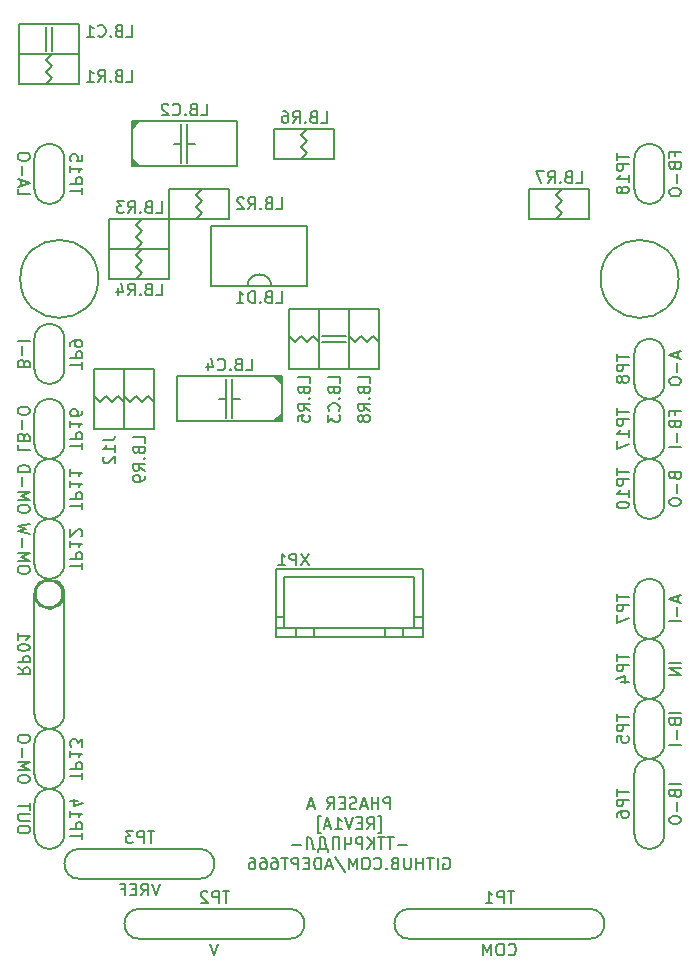
<source format=gbr>
G04 #@! TF.GenerationSoftware,KiCad,Pcbnew,5.1.12-84ad8e8a86~92~ubuntu20.04.1*
G04 #@! TF.CreationDate,2023-04-09T19:56:31+06:00*
G04 #@! TF.ProjectId,phaser_a_r1a,70686173-6572-45f6-915f-7231612e6b69,1A*
G04 #@! TF.SameCoordinates,Original*
G04 #@! TF.FileFunction,Legend,Bot*
G04 #@! TF.FilePolarity,Positive*
%FSLAX46Y46*%
G04 Gerber Fmt 4.6, Leading zero omitted, Abs format (unit mm)*
G04 Created by KiCad (PCBNEW 5.1.12-84ad8e8a86~92~ubuntu20.04.1) date 2023-04-09 19:56:31*
%MOMM*%
%LPD*%
G01*
G04 APERTURE LIST*
%ADD10C,0.200000*%
%ADD11C,1.370000*%
%ADD12C,3.000000*%
%ADD13C,2.100000*%
%ADD14C,6.200000*%
G04 APERTURE END LIST*
D10*
X108862380Y-192212380D02*
X108862380Y-191212380D01*
X108481428Y-191212380D01*
X108386190Y-191260000D01*
X108338571Y-191307619D01*
X108290952Y-191402857D01*
X108290952Y-191545714D01*
X108338571Y-191640952D01*
X108386190Y-191688571D01*
X108481428Y-191736190D01*
X108862380Y-191736190D01*
X107862380Y-192212380D02*
X107862380Y-191212380D01*
X107862380Y-191688571D02*
X107290952Y-191688571D01*
X107290952Y-192212380D02*
X107290952Y-191212380D01*
X106862380Y-191926666D02*
X106386190Y-191926666D01*
X106957619Y-192212380D02*
X106624285Y-191212380D01*
X106290952Y-192212380D01*
X106005238Y-192164761D02*
X105862380Y-192212380D01*
X105624285Y-192212380D01*
X105529047Y-192164761D01*
X105481428Y-192117142D01*
X105433809Y-192021904D01*
X105433809Y-191926666D01*
X105481428Y-191831428D01*
X105529047Y-191783809D01*
X105624285Y-191736190D01*
X105814761Y-191688571D01*
X105910000Y-191640952D01*
X105957619Y-191593333D01*
X106005238Y-191498095D01*
X106005238Y-191402857D01*
X105957619Y-191307619D01*
X105910000Y-191260000D01*
X105814761Y-191212380D01*
X105576666Y-191212380D01*
X105433809Y-191260000D01*
X105005238Y-191688571D02*
X104671904Y-191688571D01*
X104529047Y-192212380D02*
X105005238Y-192212380D01*
X105005238Y-191212380D01*
X104529047Y-191212380D01*
X103529047Y-192212380D02*
X103862380Y-191736190D01*
X104100476Y-192212380D02*
X104100476Y-191212380D01*
X103719523Y-191212380D01*
X103624285Y-191260000D01*
X103576666Y-191307619D01*
X103529047Y-191402857D01*
X103529047Y-191545714D01*
X103576666Y-191640952D01*
X103624285Y-191688571D01*
X103719523Y-191736190D01*
X104100476Y-191736190D01*
X102386190Y-191926666D02*
X101910000Y-191926666D01*
X102481428Y-192212380D02*
X102148095Y-191212380D01*
X101814761Y-192212380D01*
X107838571Y-194245714D02*
X108076666Y-194245714D01*
X108076666Y-192817142D01*
X107838571Y-192817142D01*
X106886190Y-193912380D02*
X107219523Y-193436190D01*
X107457619Y-193912380D02*
X107457619Y-192912380D01*
X107076666Y-192912380D01*
X106981428Y-192960000D01*
X106933809Y-193007619D01*
X106886190Y-193102857D01*
X106886190Y-193245714D01*
X106933809Y-193340952D01*
X106981428Y-193388571D01*
X107076666Y-193436190D01*
X107457619Y-193436190D01*
X106457619Y-193388571D02*
X106124285Y-193388571D01*
X105981428Y-193912380D02*
X106457619Y-193912380D01*
X106457619Y-192912380D01*
X105981428Y-192912380D01*
X105695714Y-192912380D02*
X105362380Y-193912380D01*
X105029047Y-192912380D01*
X104171904Y-193912380D02*
X104743333Y-193912380D01*
X104457619Y-193912380D02*
X104457619Y-192912380D01*
X104552857Y-193055238D01*
X104648095Y-193150476D01*
X104743333Y-193198095D01*
X103790952Y-193626666D02*
X103314761Y-193626666D01*
X103886190Y-193912380D02*
X103552857Y-192912380D01*
X103219523Y-193912380D01*
X102981428Y-194245714D02*
X102743333Y-194245714D01*
X102743333Y-192817142D01*
X102981428Y-192817142D01*
X110267142Y-195231428D02*
X109505238Y-195231428D01*
X109171904Y-194612380D02*
X108600476Y-194612380D01*
X108886190Y-195612380D02*
X108886190Y-194612380D01*
X108410000Y-194612380D02*
X107838571Y-194612380D01*
X108124285Y-195612380D02*
X108124285Y-194612380D01*
X107505238Y-195612380D02*
X107505238Y-194612380D01*
X106933809Y-195612380D02*
X107362380Y-195040952D01*
X106933809Y-194612380D02*
X107505238Y-195183809D01*
X106505238Y-195612380D02*
X106505238Y-194612380D01*
X106124285Y-194612380D01*
X106029047Y-194660000D01*
X105981428Y-194707619D01*
X105933809Y-194802857D01*
X105933809Y-194945714D01*
X105981428Y-195040952D01*
X106029047Y-195088571D01*
X106124285Y-195136190D01*
X106505238Y-195136190D01*
X105029047Y-194612380D02*
X105029047Y-195612380D01*
X105552857Y-194612380D02*
X105552857Y-194993333D01*
X105505238Y-195088571D01*
X105457619Y-195136190D01*
X105362380Y-195183809D01*
X105029047Y-195183809D01*
X104552857Y-195612380D02*
X104552857Y-194612380D01*
X103981428Y-194612380D01*
X103981428Y-195612380D01*
X102743333Y-195850476D02*
X102743333Y-195612380D01*
X103600476Y-195612380D01*
X103600476Y-195850476D01*
X102933809Y-195612380D02*
X102933809Y-194612380D01*
X103171904Y-194612380D01*
X103267142Y-194660000D01*
X103314761Y-194707619D01*
X103362380Y-194802857D01*
X103457619Y-195612380D01*
X101790952Y-195612380D02*
X101790952Y-194612380D01*
X101933809Y-194612380D01*
X102076666Y-194660000D01*
X102171904Y-194755238D01*
X102219523Y-194898095D01*
X102314761Y-195469523D01*
X102362380Y-195564761D01*
X102457619Y-195612380D01*
X102505238Y-195612380D01*
X101314761Y-195231428D02*
X100552857Y-195231428D01*
X113362380Y-196360000D02*
X113457619Y-196312380D01*
X113600476Y-196312380D01*
X113743333Y-196360000D01*
X113838571Y-196455238D01*
X113886190Y-196550476D01*
X113933809Y-196740952D01*
X113933809Y-196883809D01*
X113886190Y-197074285D01*
X113838571Y-197169523D01*
X113743333Y-197264761D01*
X113600476Y-197312380D01*
X113505238Y-197312380D01*
X113362380Y-197264761D01*
X113314761Y-197217142D01*
X113314761Y-196883809D01*
X113505238Y-196883809D01*
X112886190Y-197312380D02*
X112886190Y-196312380D01*
X112552857Y-196312380D02*
X111981428Y-196312380D01*
X112267142Y-197312380D02*
X112267142Y-196312380D01*
X111648095Y-197312380D02*
X111648095Y-196312380D01*
X111648095Y-196788571D02*
X111076666Y-196788571D01*
X111076666Y-197312380D02*
X111076666Y-196312380D01*
X110600476Y-196312380D02*
X110600476Y-197121904D01*
X110552857Y-197217142D01*
X110505238Y-197264761D01*
X110410000Y-197312380D01*
X110219523Y-197312380D01*
X110124285Y-197264761D01*
X110076666Y-197217142D01*
X110029047Y-197121904D01*
X110029047Y-196312380D01*
X109219523Y-196788571D02*
X109076666Y-196836190D01*
X109029047Y-196883809D01*
X108981428Y-196979047D01*
X108981428Y-197121904D01*
X109029047Y-197217142D01*
X109076666Y-197264761D01*
X109171904Y-197312380D01*
X109552857Y-197312380D01*
X109552857Y-196312380D01*
X109219523Y-196312380D01*
X109124285Y-196360000D01*
X109076666Y-196407619D01*
X109029047Y-196502857D01*
X109029047Y-196598095D01*
X109076666Y-196693333D01*
X109124285Y-196740952D01*
X109219523Y-196788571D01*
X109552857Y-196788571D01*
X108552857Y-197217142D02*
X108505238Y-197264761D01*
X108552857Y-197312380D01*
X108600476Y-197264761D01*
X108552857Y-197217142D01*
X108552857Y-197312380D01*
X107505238Y-197217142D02*
X107552857Y-197264761D01*
X107695714Y-197312380D01*
X107790952Y-197312380D01*
X107933809Y-197264761D01*
X108029047Y-197169523D01*
X108076666Y-197074285D01*
X108124285Y-196883809D01*
X108124285Y-196740952D01*
X108076666Y-196550476D01*
X108029047Y-196455238D01*
X107933809Y-196360000D01*
X107790952Y-196312380D01*
X107695714Y-196312380D01*
X107552857Y-196360000D01*
X107505238Y-196407619D01*
X106886190Y-196312380D02*
X106695714Y-196312380D01*
X106600476Y-196360000D01*
X106505238Y-196455238D01*
X106457619Y-196645714D01*
X106457619Y-196979047D01*
X106505238Y-197169523D01*
X106600476Y-197264761D01*
X106695714Y-197312380D01*
X106886190Y-197312380D01*
X106981428Y-197264761D01*
X107076666Y-197169523D01*
X107124285Y-196979047D01*
X107124285Y-196645714D01*
X107076666Y-196455238D01*
X106981428Y-196360000D01*
X106886190Y-196312380D01*
X106029047Y-197312380D02*
X106029047Y-196312380D01*
X105695714Y-197026666D01*
X105362380Y-196312380D01*
X105362380Y-197312380D01*
X104171904Y-196264761D02*
X105029047Y-197550476D01*
X103886190Y-197026666D02*
X103410000Y-197026666D01*
X103981428Y-197312380D02*
X103648095Y-196312380D01*
X103314761Y-197312380D01*
X102981428Y-197312380D02*
X102981428Y-196312380D01*
X102743333Y-196312380D01*
X102600476Y-196360000D01*
X102505238Y-196455238D01*
X102457619Y-196550476D01*
X102410000Y-196740952D01*
X102410000Y-196883809D01*
X102457619Y-197074285D01*
X102505238Y-197169523D01*
X102600476Y-197264761D01*
X102743333Y-197312380D01*
X102981428Y-197312380D01*
X101981428Y-196788571D02*
X101648095Y-196788571D01*
X101505238Y-197312380D02*
X101981428Y-197312380D01*
X101981428Y-196312380D01*
X101505238Y-196312380D01*
X101076666Y-197312380D02*
X101076666Y-196312380D01*
X100695714Y-196312380D01*
X100600476Y-196360000D01*
X100552857Y-196407619D01*
X100505238Y-196502857D01*
X100505238Y-196645714D01*
X100552857Y-196740952D01*
X100600476Y-196788571D01*
X100695714Y-196836190D01*
X101076666Y-196836190D01*
X100219523Y-196312380D02*
X99648095Y-196312380D01*
X99933809Y-197312380D02*
X99933809Y-196312380D01*
X98886190Y-196312380D02*
X99076666Y-196312380D01*
X99171904Y-196360000D01*
X99219523Y-196407619D01*
X99314761Y-196550476D01*
X99362380Y-196740952D01*
X99362380Y-197121904D01*
X99314761Y-197217142D01*
X99267142Y-197264761D01*
X99171904Y-197312380D01*
X98981428Y-197312380D01*
X98886190Y-197264761D01*
X98838571Y-197217142D01*
X98790952Y-197121904D01*
X98790952Y-196883809D01*
X98838571Y-196788571D01*
X98886190Y-196740952D01*
X98981428Y-196693333D01*
X99171904Y-196693333D01*
X99267142Y-196740952D01*
X99314761Y-196788571D01*
X99362380Y-196883809D01*
X97933809Y-196312380D02*
X98124285Y-196312380D01*
X98219523Y-196360000D01*
X98267142Y-196407619D01*
X98362380Y-196550476D01*
X98410000Y-196740952D01*
X98410000Y-197121904D01*
X98362380Y-197217142D01*
X98314761Y-197264761D01*
X98219523Y-197312380D01*
X98029047Y-197312380D01*
X97933809Y-197264761D01*
X97886190Y-197217142D01*
X97838571Y-197121904D01*
X97838571Y-196883809D01*
X97886190Y-196788571D01*
X97933809Y-196740952D01*
X98029047Y-196693333D01*
X98219523Y-196693333D01*
X98314761Y-196740952D01*
X98362380Y-196788571D01*
X98410000Y-196883809D01*
X96981428Y-196312380D02*
X97171904Y-196312380D01*
X97267142Y-196360000D01*
X97314761Y-196407619D01*
X97410000Y-196550476D01*
X97457619Y-196740952D01*
X97457619Y-197121904D01*
X97410000Y-197217142D01*
X97362380Y-197264761D01*
X97267142Y-197312380D01*
X97076666Y-197312380D01*
X96981428Y-197264761D01*
X96933809Y-197217142D01*
X96886190Y-197121904D01*
X96886190Y-196883809D01*
X96933809Y-196788571D01*
X96981428Y-196740952D01*
X97076666Y-196693333D01*
X97267142Y-196693333D01*
X97362380Y-196740952D01*
X97410000Y-196788571D01*
X97457619Y-196883809D01*
X78740000Y-158750000D02*
X78740000Y-161290000D01*
X81280000Y-158750000D02*
X81280000Y-161290000D01*
X78740000Y-158750000D02*
G75*
G02*
X81280000Y-158750000I1270000J0D01*
G01*
X81280000Y-161290000D02*
G75*
G02*
X78740000Y-161290000I-1270000J0D01*
G01*
D11*
X80695000Y-173990000D02*
G75*
G03*
X80695000Y-173990000I-685000J0D01*
G01*
D10*
X78740000Y-173990000D02*
X78740000Y-184150000D01*
X81280000Y-173990000D02*
X81280000Y-184150000D01*
X81280000Y-184150000D02*
G75*
G02*
X78740000Y-184150000I-1270000J0D01*
G01*
X101854000Y-135636000D02*
X101346000Y-135128000D01*
X101346000Y-135128000D02*
X101854000Y-134620000D01*
X101854000Y-135636000D02*
X101346000Y-136144000D01*
X101346000Y-136144000D02*
X101854000Y-136652000D01*
X101854000Y-136652000D02*
X101346000Y-137160000D01*
X104140000Y-137160000D02*
X99060000Y-137160000D01*
X104140000Y-134620000D02*
X99060000Y-134620000D01*
X99060000Y-134620000D02*
X99060000Y-137160000D01*
X104140000Y-134620000D02*
X104140000Y-137160000D01*
X84142000Y-147320000D02*
G75*
G03*
X84142000Y-147320000I-3302000J0D01*
G01*
X133282000Y-147320000D02*
G75*
G03*
X133282000Y-147320000I-3302000J0D01*
G01*
X132080000Y-139700000D02*
X132080000Y-137160000D01*
X129540000Y-139700000D02*
X129540000Y-137160000D01*
X132080000Y-139700000D02*
G75*
G02*
X129540000Y-139700000I-1270000J0D01*
G01*
X129540000Y-137160000D02*
G75*
G02*
X132080000Y-137160000I1270000J0D01*
G01*
X132080000Y-161290000D02*
X132080000Y-158750000D01*
X129540000Y-161290000D02*
X129540000Y-158750000D01*
X132080000Y-161290000D02*
G75*
G02*
X129540000Y-161290000I-1270000J0D01*
G01*
X129540000Y-158750000D02*
G75*
G02*
X132080000Y-158750000I1270000J0D01*
G01*
X78740000Y-137160000D02*
X78740000Y-139700000D01*
X81280000Y-137160000D02*
X81280000Y-139700000D01*
X78740000Y-137160000D02*
G75*
G02*
X81280000Y-137160000I1270000J0D01*
G01*
X81280000Y-139700000D02*
G75*
G02*
X78740000Y-139700000I-1270000J0D01*
G01*
X78740000Y-191770000D02*
X78740000Y-194310000D01*
X81280000Y-191770000D02*
X81280000Y-194310000D01*
X78740000Y-191770000D02*
G75*
G02*
X81280000Y-191770000I1270000J0D01*
G01*
X81280000Y-194310000D02*
G75*
G02*
X78740000Y-194310000I-1270000J0D01*
G01*
X78740000Y-186690000D02*
X78740000Y-189230000D01*
X81280000Y-186690000D02*
X81280000Y-189230000D01*
X78740000Y-186690000D02*
G75*
G02*
X81280000Y-186690000I1270000J0D01*
G01*
X81280000Y-189230000D02*
G75*
G02*
X78740000Y-189230000I-1270000J0D01*
G01*
X78740000Y-168910000D02*
X78740000Y-171450000D01*
X81280000Y-168910000D02*
X81280000Y-171450000D01*
X78740000Y-168910000D02*
G75*
G02*
X81280000Y-168910000I1270000J0D01*
G01*
X81280000Y-171450000D02*
G75*
G02*
X78740000Y-171450000I-1270000J0D01*
G01*
X78740000Y-163830000D02*
X78740000Y-166370000D01*
X81280000Y-163830000D02*
X81280000Y-166370000D01*
X78740000Y-163830000D02*
G75*
G02*
X81280000Y-163830000I1270000J0D01*
G01*
X81280000Y-166370000D02*
G75*
G02*
X78740000Y-166370000I-1270000J0D01*
G01*
X129540000Y-166370000D02*
X129540000Y-163830000D01*
X132080000Y-166370000D02*
X132080000Y-163830000D01*
X129540000Y-163830000D02*
G75*
G02*
X132080000Y-163830000I1270000J0D01*
G01*
X132080000Y-166370000D02*
G75*
G02*
X129540000Y-166370000I-1270000J0D01*
G01*
X81280000Y-152400000D02*
X81280000Y-154940000D01*
X78740000Y-152400000D02*
X78740000Y-154940000D01*
X81280000Y-154940000D02*
G75*
G02*
X78740000Y-154940000I-1270000J0D01*
G01*
X78740000Y-152400000D02*
G75*
G02*
X81280000Y-152400000I1270000J0D01*
G01*
X132080000Y-156210000D02*
X132080000Y-153670000D01*
X129540000Y-156210000D02*
X129540000Y-153670000D01*
X132080000Y-156210000D02*
G75*
G02*
X129540000Y-156210000I-1270000J0D01*
G01*
X129540000Y-153670000D02*
G75*
G02*
X132080000Y-153670000I1270000J0D01*
G01*
X129540000Y-176530000D02*
X129540000Y-173990000D01*
X132080000Y-176530000D02*
X132080000Y-173990000D01*
X129540000Y-173990000D02*
G75*
G02*
X132080000Y-173990000I1270000J0D01*
G01*
X132080000Y-176530000D02*
G75*
G02*
X129540000Y-176530000I-1270000J0D01*
G01*
X129540000Y-194310000D02*
X129540000Y-189230000D01*
X132080000Y-194310000D02*
X132080000Y-189230000D01*
X129540000Y-189230000D02*
G75*
G02*
X132080000Y-189230000I1270000J0D01*
G01*
X132080000Y-194310000D02*
G75*
G02*
X129540000Y-194310000I-1270000J0D01*
G01*
X132080000Y-186690000D02*
X132080000Y-184150000D01*
X129540000Y-186690000D02*
X129540000Y-184150000D01*
X132080000Y-186690000D02*
G75*
G02*
X129540000Y-186690000I-1270000J0D01*
G01*
X129540000Y-184150000D02*
G75*
G02*
X132080000Y-184150000I1270000J0D01*
G01*
X132080000Y-181610000D02*
X132080000Y-179070000D01*
X129540000Y-181610000D02*
X129540000Y-179070000D01*
X132080000Y-181610000D02*
G75*
G02*
X129540000Y-181610000I-1270000J0D01*
G01*
X129540000Y-179070000D02*
G75*
G02*
X132080000Y-179070000I1270000J0D01*
G01*
X82550000Y-195580000D02*
X92710000Y-195580000D01*
X82550000Y-198120000D02*
X92710000Y-198120000D01*
X92710000Y-195580000D02*
G75*
G02*
X92710000Y-198120000I0J-1270000D01*
G01*
X82550000Y-198120000D02*
G75*
G02*
X82550000Y-195580000I0J1270000D01*
G01*
X87630000Y-200660000D02*
X100330000Y-200660000D01*
X87630000Y-203200000D02*
X100330000Y-203200000D01*
X100330000Y-200660000D02*
G75*
G02*
X100330000Y-203200000I0J-1270000D01*
G01*
X87630000Y-203200000D02*
G75*
G02*
X87630000Y-200660000I0J1270000D01*
G01*
X110490000Y-200660000D02*
X125730000Y-200660000D01*
X110490000Y-203200000D02*
X125730000Y-203200000D01*
X125730000Y-200660000D02*
G75*
G02*
X125730000Y-203200000I0J-1270000D01*
G01*
X110490000Y-203200000D02*
G75*
G02*
X110490000Y-200660000I0J1270000D01*
G01*
X87376000Y-157226000D02*
X86868000Y-157734000D01*
X86868000Y-157734000D02*
X86360000Y-157226000D01*
X87376000Y-157226000D02*
X87884000Y-157734000D01*
X87884000Y-157734000D02*
X88392000Y-157226000D01*
X88392000Y-157226000D02*
X88900000Y-157734000D01*
X88900000Y-154940000D02*
X88900000Y-160020000D01*
X86360000Y-154940000D02*
X86360000Y-160020000D01*
X86360000Y-160020000D02*
X88900000Y-160020000D01*
X86360000Y-154940000D02*
X88900000Y-154940000D01*
X105410000Y-149860000D02*
X107950000Y-149860000D01*
X105410000Y-154940000D02*
X107950000Y-154940000D01*
X105410000Y-149860000D02*
X105410000Y-154940000D01*
X107950000Y-149860000D02*
X107950000Y-154940000D01*
X107442000Y-152146000D02*
X107950000Y-152654000D01*
X106934000Y-152654000D02*
X107442000Y-152146000D01*
X106426000Y-152146000D02*
X106934000Y-152654000D01*
X105918000Y-152654000D02*
X105410000Y-152146000D01*
X106426000Y-152146000D02*
X105918000Y-152654000D01*
X123444000Y-140716000D02*
X122936000Y-140208000D01*
X122936000Y-140208000D02*
X123444000Y-139700000D01*
X123444000Y-140716000D02*
X122936000Y-141224000D01*
X122936000Y-141224000D02*
X123444000Y-141732000D01*
X123444000Y-141732000D02*
X122936000Y-142240000D01*
X125730000Y-142240000D02*
X120650000Y-142240000D01*
X125730000Y-139700000D02*
X120650000Y-139700000D01*
X120650000Y-139700000D02*
X120650000Y-142240000D01*
X125730000Y-139700000D02*
X125730000Y-142240000D01*
X102870000Y-154940000D02*
X100330000Y-154940000D01*
X102870000Y-149860000D02*
X100330000Y-149860000D01*
X102870000Y-154940000D02*
X102870000Y-149860000D01*
X100330000Y-154940000D02*
X100330000Y-149860000D01*
X100838000Y-152654000D02*
X100330000Y-152146000D01*
X101346000Y-152146000D02*
X100838000Y-152654000D01*
X101854000Y-152654000D02*
X101346000Y-152146000D01*
X102362000Y-152146000D02*
X102870000Y-152654000D01*
X101854000Y-152654000D02*
X102362000Y-152146000D01*
X90170000Y-144780000D02*
X90170000Y-147320000D01*
X85090000Y-144780000D02*
X85090000Y-147320000D01*
X90170000Y-144780000D02*
X85090000Y-144780000D01*
X90170000Y-147320000D02*
X85090000Y-147320000D01*
X87884000Y-146812000D02*
X87376000Y-147320000D01*
X87376000Y-146304000D02*
X87884000Y-146812000D01*
X87884000Y-145796000D02*
X87376000Y-146304000D01*
X87376000Y-145288000D02*
X87884000Y-144780000D01*
X87884000Y-145796000D02*
X87376000Y-145288000D01*
X85090000Y-144780000D02*
X85090000Y-142240000D01*
X90170000Y-144780000D02*
X90170000Y-142240000D01*
X85090000Y-144780000D02*
X90170000Y-144780000D01*
X85090000Y-142240000D02*
X90170000Y-142240000D01*
X87376000Y-142748000D02*
X87884000Y-142240000D01*
X87884000Y-143256000D02*
X87376000Y-142748000D01*
X87376000Y-143764000D02*
X87884000Y-143256000D01*
X87884000Y-144272000D02*
X87376000Y-144780000D01*
X87376000Y-143764000D02*
X87884000Y-144272000D01*
X92964000Y-140716000D02*
X92456000Y-140208000D01*
X92456000Y-140208000D02*
X92964000Y-139700000D01*
X92964000Y-140716000D02*
X92456000Y-141224000D01*
X92456000Y-141224000D02*
X92964000Y-141732000D01*
X92964000Y-141732000D02*
X92456000Y-142240000D01*
X95250000Y-142240000D02*
X90170000Y-142240000D01*
X95250000Y-139700000D02*
X90170000Y-139700000D01*
X90170000Y-139700000D02*
X90170000Y-142240000D01*
X95250000Y-139700000D02*
X95250000Y-142240000D01*
X77470000Y-130810000D02*
X77470000Y-128270000D01*
X82550000Y-130810000D02*
X82550000Y-128270000D01*
X77470000Y-130810000D02*
X82550000Y-130810000D01*
X77470000Y-128270000D02*
X82550000Y-128270000D01*
X79756000Y-128778000D02*
X80264000Y-128270000D01*
X80264000Y-129286000D02*
X79756000Y-128778000D01*
X79756000Y-129794000D02*
X80264000Y-129286000D01*
X80264000Y-130302000D02*
X79756000Y-130810000D01*
X79756000Y-129794000D02*
X80264000Y-130302000D01*
X93726000Y-147955000D02*
X101854000Y-147955000D01*
X101854000Y-147955000D02*
X101854000Y-142875000D01*
X101854000Y-142875000D02*
X93726000Y-142875000D01*
X93726000Y-147955000D02*
X93726000Y-142875000D01*
X96774000Y-147955000D02*
G75*
G02*
X98806000Y-147955000I1016000J0D01*
G01*
G36*
X99695000Y-156210000D02*
G01*
X99695000Y-155575000D01*
X99060000Y-155575000D01*
X99695000Y-156210000D01*
G37*
X99695000Y-156210000D02*
X99695000Y-155575000D01*
X99060000Y-155575000D01*
X99695000Y-156210000D01*
G36*
X99060000Y-159385000D02*
G01*
X99695000Y-159385000D01*
X99695000Y-158750000D01*
X99060000Y-159385000D01*
G37*
X99060000Y-159385000D02*
X99695000Y-159385000D01*
X99695000Y-158750000D01*
X99060000Y-159385000D01*
X99695000Y-159385000D02*
X90805000Y-159385000D01*
X99695000Y-155575000D02*
X90805000Y-155575000D01*
X90805000Y-155575000D02*
X90805000Y-159385000D01*
X94996000Y-155829000D02*
X94996000Y-159131000D01*
X95504000Y-155829000D02*
X95504000Y-159131000D01*
X99695000Y-155575000D02*
X99695000Y-159385000D01*
X96139000Y-157480000D02*
X95504000Y-157480000D01*
X94996000Y-157480000D02*
X94361000Y-157480000D01*
X102870000Y-149860000D02*
X105410000Y-149860000D01*
X102870000Y-154940000D02*
X105410000Y-154940000D01*
X103124000Y-152146000D02*
X105156000Y-152146000D01*
X103124000Y-152654000D02*
X105156000Y-152654000D01*
X102870000Y-149860000D02*
X102870000Y-154940000D01*
X105410000Y-149860000D02*
X105410000Y-154940000D01*
X91694000Y-135890000D02*
X92329000Y-135890000D01*
X90551000Y-135890000D02*
X91186000Y-135890000D01*
X86995000Y-137795000D02*
X86995000Y-133985000D01*
X91186000Y-137541000D02*
X91186000Y-134239000D01*
X91694000Y-137541000D02*
X91694000Y-134239000D01*
X95885000Y-137795000D02*
X95885000Y-133985000D01*
X86995000Y-137795000D02*
X95885000Y-137795000D01*
X86995000Y-133985000D02*
X95885000Y-133985000D01*
G36*
X87630000Y-133985000D02*
G01*
X86995000Y-133985000D01*
X86995000Y-134620000D01*
X87630000Y-133985000D01*
G37*
X87630000Y-133985000D02*
X86995000Y-133985000D01*
X86995000Y-134620000D01*
X87630000Y-133985000D01*
G36*
X86995000Y-137160000D02*
G01*
X86995000Y-137795000D01*
X87630000Y-137795000D01*
X86995000Y-137160000D01*
G37*
X86995000Y-137160000D02*
X86995000Y-137795000D01*
X87630000Y-137795000D01*
X86995000Y-137160000D01*
X82550000Y-125730000D02*
X82550000Y-128270000D01*
X77470000Y-125730000D02*
X77470000Y-128270000D01*
X80264000Y-125984000D02*
X80264000Y-128016000D01*
X79756000Y-125984000D02*
X79756000Y-128016000D01*
X82550000Y-125730000D02*
X77470000Y-125730000D01*
X82550000Y-128270000D02*
X77470000Y-128270000D01*
X85344000Y-157734000D02*
X85852000Y-157226000D01*
X85852000Y-157226000D02*
X86360000Y-157734000D01*
X85344000Y-157734000D02*
X84836000Y-157226000D01*
X84836000Y-157226000D02*
X84328000Y-157734000D01*
X84328000Y-157734000D02*
X83820000Y-157226000D01*
X83820000Y-160020000D02*
X83820000Y-154940000D01*
X86360000Y-160020000D02*
X86360000Y-154940000D01*
X86360000Y-154940000D02*
X83820000Y-154940000D01*
X86360000Y-160020000D02*
X83820000Y-160020000D01*
X99210000Y-177610000D02*
X111610000Y-177610000D01*
X99210000Y-171860000D02*
X111610000Y-171860000D01*
X108410000Y-177610000D02*
X108410000Y-176910000D01*
X99210000Y-175910000D02*
X99910000Y-175910000D01*
X102410000Y-177610000D02*
X102410000Y-176910000D01*
X99910000Y-172560000D02*
X110910000Y-172560000D01*
X110910000Y-176910000D02*
X110910000Y-172560000D01*
X110910000Y-175910000D02*
X111610000Y-175910000D01*
X99210000Y-177610000D02*
X99210000Y-171860000D01*
X99910000Y-176910000D02*
X99910000Y-172560000D01*
X111610000Y-177610000D02*
X111610000Y-171860000D01*
X99210000Y-176910000D02*
X111610000Y-176910000D01*
X109910000Y-177610000D02*
X109910000Y-176910000D01*
X100910000Y-177610000D02*
X100910000Y-176910000D01*
X82780119Y-161758095D02*
X82780119Y-161186666D01*
X81780119Y-161472380D02*
X82780119Y-161472380D01*
X81780119Y-160853333D02*
X82780119Y-160853333D01*
X82780119Y-160472380D01*
X82732500Y-160377142D01*
X82684880Y-160329523D01*
X82589642Y-160281904D01*
X82446785Y-160281904D01*
X82351547Y-160329523D01*
X82303928Y-160377142D01*
X82256309Y-160472380D01*
X82256309Y-160853333D01*
X81780119Y-159329523D02*
X81780119Y-159900952D01*
X81780119Y-159615238D02*
X82780119Y-159615238D01*
X82637261Y-159710476D01*
X82542023Y-159805714D01*
X82494404Y-159900952D01*
X82780119Y-158472380D02*
X82780119Y-158662857D01*
X82732500Y-158758095D01*
X82684880Y-158805714D01*
X82542023Y-158900952D01*
X82351547Y-158948571D01*
X81970595Y-158948571D01*
X81875357Y-158900952D01*
X81827738Y-158853333D01*
X81780119Y-158758095D01*
X81780119Y-158567619D01*
X81827738Y-158472380D01*
X81875357Y-158424761D01*
X81970595Y-158377142D01*
X82208690Y-158377142D01*
X82303928Y-158424761D01*
X82351547Y-158472380D01*
X82399166Y-158567619D01*
X82399166Y-158758095D01*
X82351547Y-158853333D01*
X82303928Y-158900952D01*
X82208690Y-158948571D01*
X77335119Y-161353333D02*
X77335119Y-161829523D01*
X78335119Y-161829523D01*
X77858928Y-160686666D02*
X77811309Y-160543809D01*
X77763690Y-160496190D01*
X77668452Y-160448571D01*
X77525595Y-160448571D01*
X77430357Y-160496190D01*
X77382738Y-160543809D01*
X77335119Y-160639047D01*
X77335119Y-161020000D01*
X78335119Y-161020000D01*
X78335119Y-160686666D01*
X78287500Y-160591428D01*
X78239880Y-160543809D01*
X78144642Y-160496190D01*
X78049404Y-160496190D01*
X77954166Y-160543809D01*
X77906547Y-160591428D01*
X77858928Y-160686666D01*
X77858928Y-161020000D01*
X77716071Y-160020000D02*
X77716071Y-159258095D01*
X78335119Y-158591428D02*
X78335119Y-158400952D01*
X78287500Y-158305714D01*
X78192261Y-158210476D01*
X78001785Y-158162857D01*
X77668452Y-158162857D01*
X77477976Y-158210476D01*
X77382738Y-158305714D01*
X77335119Y-158400952D01*
X77335119Y-158591428D01*
X77382738Y-158686666D01*
X77477976Y-158781904D01*
X77668452Y-158829523D01*
X78001785Y-158829523D01*
X78192261Y-158781904D01*
X78287500Y-158686666D01*
X78335119Y-158591428D01*
X77335119Y-180212857D02*
X77811309Y-180546190D01*
X77335119Y-180784285D02*
X78335119Y-180784285D01*
X78335119Y-180403333D01*
X78287500Y-180308095D01*
X78239880Y-180260476D01*
X78144642Y-180212857D01*
X78001785Y-180212857D01*
X77906547Y-180260476D01*
X77858928Y-180308095D01*
X77811309Y-180403333D01*
X77811309Y-180784285D01*
X77335119Y-179784285D02*
X78335119Y-179784285D01*
X78335119Y-179403333D01*
X78287500Y-179308095D01*
X78239880Y-179260476D01*
X78144642Y-179212857D01*
X78001785Y-179212857D01*
X77906547Y-179260476D01*
X77858928Y-179308095D01*
X77811309Y-179403333D01*
X77811309Y-179784285D01*
X78335119Y-178593809D02*
X78335119Y-178498571D01*
X78287500Y-178403333D01*
X78239880Y-178355714D01*
X78144642Y-178308095D01*
X77954166Y-178260476D01*
X77716071Y-178260476D01*
X77525595Y-178308095D01*
X77430357Y-178355714D01*
X77382738Y-178403333D01*
X77335119Y-178498571D01*
X77335119Y-178593809D01*
X77382738Y-178689047D01*
X77430357Y-178736666D01*
X77525595Y-178784285D01*
X77716071Y-178831904D01*
X77954166Y-178831904D01*
X78144642Y-178784285D01*
X78239880Y-178736666D01*
X78287500Y-178689047D01*
X78335119Y-178593809D01*
X77335119Y-177308095D02*
X77335119Y-177879523D01*
X77335119Y-177593809D02*
X78335119Y-177593809D01*
X78192261Y-177689047D01*
X78097023Y-177784285D01*
X78049404Y-177879523D01*
X103004761Y-134119880D02*
X103480952Y-134119880D01*
X103480952Y-133119880D01*
X102338095Y-133596071D02*
X102195238Y-133643690D01*
X102147619Y-133691309D01*
X102100000Y-133786547D01*
X102100000Y-133929404D01*
X102147619Y-134024642D01*
X102195238Y-134072261D01*
X102290476Y-134119880D01*
X102671428Y-134119880D01*
X102671428Y-133119880D01*
X102338095Y-133119880D01*
X102242857Y-133167500D01*
X102195238Y-133215119D01*
X102147619Y-133310357D01*
X102147619Y-133405595D01*
X102195238Y-133500833D01*
X102242857Y-133548452D01*
X102338095Y-133596071D01*
X102671428Y-133596071D01*
X101671428Y-134024642D02*
X101623809Y-134072261D01*
X101671428Y-134119880D01*
X101719047Y-134072261D01*
X101671428Y-134024642D01*
X101671428Y-134119880D01*
X100623809Y-134119880D02*
X100957142Y-133643690D01*
X101195238Y-134119880D02*
X101195238Y-133119880D01*
X100814285Y-133119880D01*
X100719047Y-133167500D01*
X100671428Y-133215119D01*
X100623809Y-133310357D01*
X100623809Y-133453214D01*
X100671428Y-133548452D01*
X100719047Y-133596071D01*
X100814285Y-133643690D01*
X101195238Y-133643690D01*
X99766666Y-133119880D02*
X99957142Y-133119880D01*
X100052380Y-133167500D01*
X100100000Y-133215119D01*
X100195238Y-133357976D01*
X100242857Y-133548452D01*
X100242857Y-133929404D01*
X100195238Y-134024642D01*
X100147619Y-134072261D01*
X100052380Y-134119880D01*
X99861904Y-134119880D01*
X99766666Y-134072261D01*
X99719047Y-134024642D01*
X99671428Y-133929404D01*
X99671428Y-133691309D01*
X99719047Y-133596071D01*
X99766666Y-133548452D01*
X99861904Y-133500833D01*
X100052380Y-133500833D01*
X100147619Y-133548452D01*
X100195238Y-133596071D01*
X100242857Y-133691309D01*
X128039880Y-136691904D02*
X128039880Y-137263333D01*
X129039880Y-136977619D02*
X128039880Y-136977619D01*
X129039880Y-137596666D02*
X128039880Y-137596666D01*
X128039880Y-137977619D01*
X128087500Y-138072857D01*
X128135119Y-138120476D01*
X128230357Y-138168095D01*
X128373214Y-138168095D01*
X128468452Y-138120476D01*
X128516071Y-138072857D01*
X128563690Y-137977619D01*
X128563690Y-137596666D01*
X129039880Y-139120476D02*
X129039880Y-138549047D01*
X129039880Y-138834761D02*
X128039880Y-138834761D01*
X128182738Y-138739523D01*
X128277976Y-138644285D01*
X128325595Y-138549047D01*
X128468452Y-139691904D02*
X128420833Y-139596666D01*
X128373214Y-139549047D01*
X128277976Y-139501428D01*
X128230357Y-139501428D01*
X128135119Y-139549047D01*
X128087500Y-139596666D01*
X128039880Y-139691904D01*
X128039880Y-139882380D01*
X128087500Y-139977619D01*
X128135119Y-140025238D01*
X128230357Y-140072857D01*
X128277976Y-140072857D01*
X128373214Y-140025238D01*
X128420833Y-139977619D01*
X128468452Y-139882380D01*
X128468452Y-139691904D01*
X128516071Y-139596666D01*
X128563690Y-139549047D01*
X128658928Y-139501428D01*
X128849404Y-139501428D01*
X128944642Y-139549047D01*
X128992261Y-139596666D01*
X129039880Y-139691904D01*
X129039880Y-139882380D01*
X128992261Y-139977619D01*
X128944642Y-140025238D01*
X128849404Y-140072857D01*
X128658928Y-140072857D01*
X128563690Y-140025238D01*
X128516071Y-139977619D01*
X128468452Y-139882380D01*
X132961071Y-136930000D02*
X132961071Y-136596666D01*
X133484880Y-136596666D02*
X132484880Y-136596666D01*
X132484880Y-137072857D01*
X132961071Y-137787142D02*
X133008690Y-137930000D01*
X133056309Y-137977619D01*
X133151547Y-138025238D01*
X133294404Y-138025238D01*
X133389642Y-137977619D01*
X133437261Y-137930000D01*
X133484880Y-137834761D01*
X133484880Y-137453809D01*
X132484880Y-137453809D01*
X132484880Y-137787142D01*
X132532500Y-137882380D01*
X132580119Y-137930000D01*
X132675357Y-137977619D01*
X132770595Y-137977619D01*
X132865833Y-137930000D01*
X132913452Y-137882380D01*
X132961071Y-137787142D01*
X132961071Y-137453809D01*
X133103928Y-138453809D02*
X133103928Y-139215714D01*
X132484880Y-139882380D02*
X132484880Y-140072857D01*
X132532500Y-140168095D01*
X132627738Y-140263333D01*
X132818214Y-140310952D01*
X133151547Y-140310952D01*
X133342023Y-140263333D01*
X133437261Y-140168095D01*
X133484880Y-140072857D01*
X133484880Y-139882380D01*
X133437261Y-139787142D01*
X133342023Y-139691904D01*
X133151547Y-139644285D01*
X132818214Y-139644285D01*
X132627738Y-139691904D01*
X132532500Y-139787142D01*
X132484880Y-139882380D01*
X128039880Y-158281904D02*
X128039880Y-158853333D01*
X129039880Y-158567619D02*
X128039880Y-158567619D01*
X129039880Y-159186666D02*
X128039880Y-159186666D01*
X128039880Y-159567619D01*
X128087500Y-159662857D01*
X128135119Y-159710476D01*
X128230357Y-159758095D01*
X128373214Y-159758095D01*
X128468452Y-159710476D01*
X128516071Y-159662857D01*
X128563690Y-159567619D01*
X128563690Y-159186666D01*
X129039880Y-160710476D02*
X129039880Y-160139047D01*
X129039880Y-160424761D02*
X128039880Y-160424761D01*
X128182738Y-160329523D01*
X128277976Y-160234285D01*
X128325595Y-160139047D01*
X128039880Y-161043809D02*
X128039880Y-161710476D01*
X129039880Y-161281904D01*
X132961071Y-158805714D02*
X132961071Y-158472380D01*
X133484880Y-158472380D02*
X132484880Y-158472380D01*
X132484880Y-158948571D01*
X132961071Y-159662857D02*
X133008690Y-159805714D01*
X133056309Y-159853333D01*
X133151547Y-159900952D01*
X133294404Y-159900952D01*
X133389642Y-159853333D01*
X133437261Y-159805714D01*
X133484880Y-159710476D01*
X133484880Y-159329523D01*
X132484880Y-159329523D01*
X132484880Y-159662857D01*
X132532500Y-159758095D01*
X132580119Y-159805714D01*
X132675357Y-159853333D01*
X132770595Y-159853333D01*
X132865833Y-159805714D01*
X132913452Y-159758095D01*
X132961071Y-159662857D01*
X132961071Y-159329523D01*
X133103928Y-160329523D02*
X133103928Y-161091428D01*
X133484880Y-161567619D02*
X132484880Y-161567619D01*
X82780119Y-140168095D02*
X82780119Y-139596666D01*
X81780119Y-139882380D02*
X82780119Y-139882380D01*
X81780119Y-139263333D02*
X82780119Y-139263333D01*
X82780119Y-138882380D01*
X82732500Y-138787142D01*
X82684880Y-138739523D01*
X82589642Y-138691904D01*
X82446785Y-138691904D01*
X82351547Y-138739523D01*
X82303928Y-138787142D01*
X82256309Y-138882380D01*
X82256309Y-139263333D01*
X81780119Y-137739523D02*
X81780119Y-138310952D01*
X81780119Y-138025238D02*
X82780119Y-138025238D01*
X82637261Y-138120476D01*
X82542023Y-138215714D01*
X82494404Y-138310952D01*
X82780119Y-136834761D02*
X82780119Y-137310952D01*
X82303928Y-137358571D01*
X82351547Y-137310952D01*
X82399166Y-137215714D01*
X82399166Y-136977619D01*
X82351547Y-136882380D01*
X82303928Y-136834761D01*
X82208690Y-136787142D01*
X81970595Y-136787142D01*
X81875357Y-136834761D01*
X81827738Y-136882380D01*
X81780119Y-136977619D01*
X81780119Y-137215714D01*
X81827738Y-137310952D01*
X81875357Y-137358571D01*
X77335119Y-139691904D02*
X77335119Y-140168095D01*
X78335119Y-140168095D01*
X77620833Y-139406190D02*
X77620833Y-138930000D01*
X77335119Y-139501428D02*
X78335119Y-139168095D01*
X77335119Y-138834761D01*
X77716071Y-138501428D02*
X77716071Y-137739523D01*
X78335119Y-137072857D02*
X78335119Y-136882380D01*
X78287500Y-136787142D01*
X78192261Y-136691904D01*
X78001785Y-136644285D01*
X77668452Y-136644285D01*
X77477976Y-136691904D01*
X77382738Y-136787142D01*
X77335119Y-136882380D01*
X77335119Y-137072857D01*
X77382738Y-137168095D01*
X77477976Y-137263333D01*
X77668452Y-137310952D01*
X78001785Y-137310952D01*
X78192261Y-137263333D01*
X78287500Y-137168095D01*
X78335119Y-137072857D01*
X82780119Y-194778095D02*
X82780119Y-194206666D01*
X81780119Y-194492380D02*
X82780119Y-194492380D01*
X81780119Y-193873333D02*
X82780119Y-193873333D01*
X82780119Y-193492380D01*
X82732500Y-193397142D01*
X82684880Y-193349523D01*
X82589642Y-193301904D01*
X82446785Y-193301904D01*
X82351547Y-193349523D01*
X82303928Y-193397142D01*
X82256309Y-193492380D01*
X82256309Y-193873333D01*
X81780119Y-192349523D02*
X81780119Y-192920952D01*
X81780119Y-192635238D02*
X82780119Y-192635238D01*
X82637261Y-192730476D01*
X82542023Y-192825714D01*
X82494404Y-192920952D01*
X82446785Y-191492380D02*
X81780119Y-191492380D01*
X82827738Y-191730476D02*
X82113452Y-191968571D01*
X82113452Y-191349523D01*
X78335119Y-194040000D02*
X78335119Y-193849523D01*
X78287500Y-193754285D01*
X78192261Y-193659047D01*
X78001785Y-193611428D01*
X77668452Y-193611428D01*
X77477976Y-193659047D01*
X77382738Y-193754285D01*
X77335119Y-193849523D01*
X77335119Y-194040000D01*
X77382738Y-194135238D01*
X77477976Y-194230476D01*
X77668452Y-194278095D01*
X78001785Y-194278095D01*
X78192261Y-194230476D01*
X78287500Y-194135238D01*
X78335119Y-194040000D01*
X78335119Y-193182857D02*
X77525595Y-193182857D01*
X77430357Y-193135238D01*
X77382738Y-193087619D01*
X77335119Y-192992380D01*
X77335119Y-192801904D01*
X77382738Y-192706666D01*
X77430357Y-192659047D01*
X77525595Y-192611428D01*
X78335119Y-192611428D01*
X78335119Y-192278095D02*
X78335119Y-191706666D01*
X77335119Y-191992380D02*
X78335119Y-191992380D01*
X82780119Y-189698095D02*
X82780119Y-189126666D01*
X81780119Y-189412380D02*
X82780119Y-189412380D01*
X81780119Y-188793333D02*
X82780119Y-188793333D01*
X82780119Y-188412380D01*
X82732500Y-188317142D01*
X82684880Y-188269523D01*
X82589642Y-188221904D01*
X82446785Y-188221904D01*
X82351547Y-188269523D01*
X82303928Y-188317142D01*
X82256309Y-188412380D01*
X82256309Y-188793333D01*
X81780119Y-187269523D02*
X81780119Y-187840952D01*
X81780119Y-187555238D02*
X82780119Y-187555238D01*
X82637261Y-187650476D01*
X82542023Y-187745714D01*
X82494404Y-187840952D01*
X82780119Y-186936190D02*
X82780119Y-186317142D01*
X82399166Y-186650476D01*
X82399166Y-186507619D01*
X82351547Y-186412380D01*
X82303928Y-186364761D01*
X82208690Y-186317142D01*
X81970595Y-186317142D01*
X81875357Y-186364761D01*
X81827738Y-186412380D01*
X81780119Y-186507619D01*
X81780119Y-186793333D01*
X81827738Y-186888571D01*
X81875357Y-186936190D01*
X78335119Y-189769523D02*
X78335119Y-189579047D01*
X78287500Y-189483809D01*
X78192261Y-189388571D01*
X78001785Y-189340952D01*
X77668452Y-189340952D01*
X77477976Y-189388571D01*
X77382738Y-189483809D01*
X77335119Y-189579047D01*
X77335119Y-189769523D01*
X77382738Y-189864761D01*
X77477976Y-189960000D01*
X77668452Y-190007619D01*
X78001785Y-190007619D01*
X78192261Y-189960000D01*
X78287500Y-189864761D01*
X78335119Y-189769523D01*
X77335119Y-188912380D02*
X78335119Y-188912380D01*
X77620833Y-188579047D01*
X78335119Y-188245714D01*
X77335119Y-188245714D01*
X77716071Y-187769523D02*
X77716071Y-187007619D01*
X78335119Y-186340952D02*
X78335119Y-186150476D01*
X78287500Y-186055238D01*
X78192261Y-185960000D01*
X78001785Y-185912380D01*
X77668452Y-185912380D01*
X77477976Y-185960000D01*
X77382738Y-186055238D01*
X77335119Y-186150476D01*
X77335119Y-186340952D01*
X77382738Y-186436190D01*
X77477976Y-186531428D01*
X77668452Y-186579047D01*
X78001785Y-186579047D01*
X78192261Y-186531428D01*
X78287500Y-186436190D01*
X78335119Y-186340952D01*
X82780119Y-171918095D02*
X82780119Y-171346666D01*
X81780119Y-171632380D02*
X82780119Y-171632380D01*
X81780119Y-171013333D02*
X82780119Y-171013333D01*
X82780119Y-170632380D01*
X82732500Y-170537142D01*
X82684880Y-170489523D01*
X82589642Y-170441904D01*
X82446785Y-170441904D01*
X82351547Y-170489523D01*
X82303928Y-170537142D01*
X82256309Y-170632380D01*
X82256309Y-171013333D01*
X81780119Y-169489523D02*
X81780119Y-170060952D01*
X81780119Y-169775238D02*
X82780119Y-169775238D01*
X82637261Y-169870476D01*
X82542023Y-169965714D01*
X82494404Y-170060952D01*
X82684880Y-169108571D02*
X82732500Y-169060952D01*
X82780119Y-168965714D01*
X82780119Y-168727619D01*
X82732500Y-168632380D01*
X82684880Y-168584761D01*
X82589642Y-168537142D01*
X82494404Y-168537142D01*
X82351547Y-168584761D01*
X81780119Y-169156190D01*
X81780119Y-168537142D01*
X78335119Y-172037142D02*
X78335119Y-171846666D01*
X78287500Y-171751428D01*
X78192261Y-171656190D01*
X78001785Y-171608571D01*
X77668452Y-171608571D01*
X77477976Y-171656190D01*
X77382738Y-171751428D01*
X77335119Y-171846666D01*
X77335119Y-172037142D01*
X77382738Y-172132380D01*
X77477976Y-172227619D01*
X77668452Y-172275238D01*
X78001785Y-172275238D01*
X78192261Y-172227619D01*
X78287500Y-172132380D01*
X78335119Y-172037142D01*
X77335119Y-171180000D02*
X78335119Y-171180000D01*
X77620833Y-170846666D01*
X78335119Y-170513333D01*
X77335119Y-170513333D01*
X77716071Y-170037142D02*
X77716071Y-169275238D01*
X78335119Y-168894285D02*
X77335119Y-168656190D01*
X78049404Y-168465714D01*
X77335119Y-168275238D01*
X78335119Y-168037142D01*
X82780119Y-166838095D02*
X82780119Y-166266666D01*
X81780119Y-166552380D02*
X82780119Y-166552380D01*
X81780119Y-165933333D02*
X82780119Y-165933333D01*
X82780119Y-165552380D01*
X82732500Y-165457142D01*
X82684880Y-165409523D01*
X82589642Y-165361904D01*
X82446785Y-165361904D01*
X82351547Y-165409523D01*
X82303928Y-165457142D01*
X82256309Y-165552380D01*
X82256309Y-165933333D01*
X81780119Y-164409523D02*
X81780119Y-164980952D01*
X81780119Y-164695238D02*
X82780119Y-164695238D01*
X82637261Y-164790476D01*
X82542023Y-164885714D01*
X82494404Y-164980952D01*
X81780119Y-163457142D02*
X81780119Y-164028571D01*
X81780119Y-163742857D02*
X82780119Y-163742857D01*
X82637261Y-163838095D01*
X82542023Y-163933333D01*
X82494404Y-164028571D01*
X78335119Y-166885714D02*
X78335119Y-166695238D01*
X78287500Y-166600000D01*
X78192261Y-166504761D01*
X78001785Y-166457142D01*
X77668452Y-166457142D01*
X77477976Y-166504761D01*
X77382738Y-166600000D01*
X77335119Y-166695238D01*
X77335119Y-166885714D01*
X77382738Y-166980952D01*
X77477976Y-167076190D01*
X77668452Y-167123809D01*
X78001785Y-167123809D01*
X78192261Y-167076190D01*
X78287500Y-166980952D01*
X78335119Y-166885714D01*
X77335119Y-166028571D02*
X78335119Y-166028571D01*
X77620833Y-165695238D01*
X78335119Y-165361904D01*
X77335119Y-165361904D01*
X77716071Y-164885714D02*
X77716071Y-164123809D01*
X77335119Y-163647619D02*
X78335119Y-163647619D01*
X78335119Y-163409523D01*
X78287500Y-163266666D01*
X78192261Y-163171428D01*
X78097023Y-163123809D01*
X77906547Y-163076190D01*
X77763690Y-163076190D01*
X77573214Y-163123809D01*
X77477976Y-163171428D01*
X77382738Y-163266666D01*
X77335119Y-163409523D01*
X77335119Y-163647619D01*
X132961071Y-164028571D02*
X133008690Y-164171428D01*
X133056309Y-164219047D01*
X133151547Y-164266666D01*
X133294404Y-164266666D01*
X133389642Y-164219047D01*
X133437261Y-164171428D01*
X133484880Y-164076190D01*
X133484880Y-163695238D01*
X132484880Y-163695238D01*
X132484880Y-164028571D01*
X132532500Y-164123809D01*
X132580119Y-164171428D01*
X132675357Y-164219047D01*
X132770595Y-164219047D01*
X132865833Y-164171428D01*
X132913452Y-164123809D01*
X132961071Y-164028571D01*
X132961071Y-163695238D01*
X133103928Y-164695238D02*
X133103928Y-165457142D01*
X132484880Y-166123809D02*
X132484880Y-166314285D01*
X132532500Y-166409523D01*
X132627738Y-166504761D01*
X132818214Y-166552380D01*
X133151547Y-166552380D01*
X133342023Y-166504761D01*
X133437261Y-166409523D01*
X133484880Y-166314285D01*
X133484880Y-166123809D01*
X133437261Y-166028571D01*
X133342023Y-165933333D01*
X133151547Y-165885714D01*
X132818214Y-165885714D01*
X132627738Y-165933333D01*
X132532500Y-166028571D01*
X132484880Y-166123809D01*
X128039880Y-163361904D02*
X128039880Y-163933333D01*
X129039880Y-163647619D02*
X128039880Y-163647619D01*
X129039880Y-164266666D02*
X128039880Y-164266666D01*
X128039880Y-164647619D01*
X128087500Y-164742857D01*
X128135119Y-164790476D01*
X128230357Y-164838095D01*
X128373214Y-164838095D01*
X128468452Y-164790476D01*
X128516071Y-164742857D01*
X128563690Y-164647619D01*
X128563690Y-164266666D01*
X129039880Y-165790476D02*
X129039880Y-165219047D01*
X129039880Y-165504761D02*
X128039880Y-165504761D01*
X128182738Y-165409523D01*
X128277976Y-165314285D01*
X128325595Y-165219047D01*
X128039880Y-166409523D02*
X128039880Y-166504761D01*
X128087500Y-166600000D01*
X128135119Y-166647619D01*
X128230357Y-166695238D01*
X128420833Y-166742857D01*
X128658928Y-166742857D01*
X128849404Y-166695238D01*
X128944642Y-166647619D01*
X128992261Y-166600000D01*
X129039880Y-166504761D01*
X129039880Y-166409523D01*
X128992261Y-166314285D01*
X128944642Y-166266666D01*
X128849404Y-166219047D01*
X128658928Y-166171428D01*
X128420833Y-166171428D01*
X128230357Y-166219047D01*
X128135119Y-166266666D01*
X128087500Y-166314285D01*
X128039880Y-166409523D01*
X77858928Y-154455714D02*
X77811309Y-154312857D01*
X77763690Y-154265238D01*
X77668452Y-154217619D01*
X77525595Y-154217619D01*
X77430357Y-154265238D01*
X77382738Y-154312857D01*
X77335119Y-154408095D01*
X77335119Y-154789047D01*
X78335119Y-154789047D01*
X78335119Y-154455714D01*
X78287500Y-154360476D01*
X78239880Y-154312857D01*
X78144642Y-154265238D01*
X78049404Y-154265238D01*
X77954166Y-154312857D01*
X77906547Y-154360476D01*
X77858928Y-154455714D01*
X77858928Y-154789047D01*
X77716071Y-153789047D02*
X77716071Y-153027142D01*
X77335119Y-152550952D02*
X78335119Y-152550952D01*
X82780119Y-154931904D02*
X82780119Y-154360476D01*
X81780119Y-154646190D02*
X82780119Y-154646190D01*
X81780119Y-154027142D02*
X82780119Y-154027142D01*
X82780119Y-153646190D01*
X82732500Y-153550952D01*
X82684880Y-153503333D01*
X82589642Y-153455714D01*
X82446785Y-153455714D01*
X82351547Y-153503333D01*
X82303928Y-153550952D01*
X82256309Y-153646190D01*
X82256309Y-154027142D01*
X81780119Y-152979523D02*
X81780119Y-152789047D01*
X81827738Y-152693809D01*
X81875357Y-152646190D01*
X82018214Y-152550952D01*
X82208690Y-152503333D01*
X82589642Y-152503333D01*
X82684880Y-152550952D01*
X82732500Y-152598571D01*
X82780119Y-152693809D01*
X82780119Y-152884285D01*
X82732500Y-152979523D01*
X82684880Y-153027142D01*
X82589642Y-153074761D01*
X82351547Y-153074761D01*
X82256309Y-153027142D01*
X82208690Y-152979523D01*
X82161071Y-152884285D01*
X82161071Y-152693809D01*
X82208690Y-152598571D01*
X82256309Y-152550952D01*
X82351547Y-152503333D01*
X128039880Y-153678095D02*
X128039880Y-154249523D01*
X129039880Y-153963809D02*
X128039880Y-153963809D01*
X129039880Y-154582857D02*
X128039880Y-154582857D01*
X128039880Y-154963809D01*
X128087500Y-155059047D01*
X128135119Y-155106666D01*
X128230357Y-155154285D01*
X128373214Y-155154285D01*
X128468452Y-155106666D01*
X128516071Y-155059047D01*
X128563690Y-154963809D01*
X128563690Y-154582857D01*
X128468452Y-155725714D02*
X128420833Y-155630476D01*
X128373214Y-155582857D01*
X128277976Y-155535238D01*
X128230357Y-155535238D01*
X128135119Y-155582857D01*
X128087500Y-155630476D01*
X128039880Y-155725714D01*
X128039880Y-155916190D01*
X128087500Y-156011428D01*
X128135119Y-156059047D01*
X128230357Y-156106666D01*
X128277976Y-156106666D01*
X128373214Y-156059047D01*
X128420833Y-156011428D01*
X128468452Y-155916190D01*
X128468452Y-155725714D01*
X128516071Y-155630476D01*
X128563690Y-155582857D01*
X128658928Y-155535238D01*
X128849404Y-155535238D01*
X128944642Y-155582857D01*
X128992261Y-155630476D01*
X129039880Y-155725714D01*
X129039880Y-155916190D01*
X128992261Y-156011428D01*
X128944642Y-156059047D01*
X128849404Y-156106666D01*
X128658928Y-156106666D01*
X128563690Y-156059047D01*
X128516071Y-156011428D01*
X128468452Y-155916190D01*
X133199166Y-153559047D02*
X133199166Y-154035238D01*
X133484880Y-153463809D02*
X132484880Y-153797142D01*
X133484880Y-154130476D01*
X133103928Y-154463809D02*
X133103928Y-155225714D01*
X132484880Y-155892380D02*
X132484880Y-156082857D01*
X132532500Y-156178095D01*
X132627738Y-156273333D01*
X132818214Y-156320952D01*
X133151547Y-156320952D01*
X133342023Y-156273333D01*
X133437261Y-156178095D01*
X133484880Y-156082857D01*
X133484880Y-155892380D01*
X133437261Y-155797142D01*
X133342023Y-155701904D01*
X133151547Y-155654285D01*
X132818214Y-155654285D01*
X132627738Y-155701904D01*
X132532500Y-155797142D01*
X132484880Y-155892380D01*
X133199166Y-174164761D02*
X133199166Y-174640952D01*
X133484880Y-174069523D02*
X132484880Y-174402857D01*
X133484880Y-174736190D01*
X133103928Y-175069523D02*
X133103928Y-175831428D01*
X133484880Y-176307619D02*
X132484880Y-176307619D01*
X128039880Y-173998095D02*
X128039880Y-174569523D01*
X129039880Y-174283809D02*
X128039880Y-174283809D01*
X129039880Y-174902857D02*
X128039880Y-174902857D01*
X128039880Y-175283809D01*
X128087500Y-175379047D01*
X128135119Y-175426666D01*
X128230357Y-175474285D01*
X128373214Y-175474285D01*
X128468452Y-175426666D01*
X128516071Y-175379047D01*
X128563690Y-175283809D01*
X128563690Y-174902857D01*
X128039880Y-175807619D02*
X128039880Y-176474285D01*
X129039880Y-176045714D01*
X133484880Y-190127142D02*
X132484880Y-190127142D01*
X132961071Y-190936666D02*
X133008690Y-191079523D01*
X133056309Y-191127142D01*
X133151547Y-191174761D01*
X133294404Y-191174761D01*
X133389642Y-191127142D01*
X133437261Y-191079523D01*
X133484880Y-190984285D01*
X133484880Y-190603333D01*
X132484880Y-190603333D01*
X132484880Y-190936666D01*
X132532500Y-191031904D01*
X132580119Y-191079523D01*
X132675357Y-191127142D01*
X132770595Y-191127142D01*
X132865833Y-191079523D01*
X132913452Y-191031904D01*
X132961071Y-190936666D01*
X132961071Y-190603333D01*
X133103928Y-191603333D02*
X133103928Y-192365238D01*
X132484880Y-193031904D02*
X132484880Y-193222380D01*
X132532500Y-193317619D01*
X132627738Y-193412857D01*
X132818214Y-193460476D01*
X133151547Y-193460476D01*
X133342023Y-193412857D01*
X133437261Y-193317619D01*
X133484880Y-193222380D01*
X133484880Y-193031904D01*
X133437261Y-192936666D01*
X133342023Y-192841428D01*
X133151547Y-192793809D01*
X132818214Y-192793809D01*
X132627738Y-192841428D01*
X132532500Y-192936666D01*
X132484880Y-193031904D01*
X128039880Y-190508095D02*
X128039880Y-191079523D01*
X129039880Y-190793809D02*
X128039880Y-190793809D01*
X129039880Y-191412857D02*
X128039880Y-191412857D01*
X128039880Y-191793809D01*
X128087500Y-191889047D01*
X128135119Y-191936666D01*
X128230357Y-191984285D01*
X128373214Y-191984285D01*
X128468452Y-191936666D01*
X128516071Y-191889047D01*
X128563690Y-191793809D01*
X128563690Y-191412857D01*
X128039880Y-192841428D02*
X128039880Y-192650952D01*
X128087500Y-192555714D01*
X128135119Y-192508095D01*
X128277976Y-192412857D01*
X128468452Y-192365238D01*
X128849404Y-192365238D01*
X128944642Y-192412857D01*
X128992261Y-192460476D01*
X129039880Y-192555714D01*
X129039880Y-192746190D01*
X128992261Y-192841428D01*
X128944642Y-192889047D01*
X128849404Y-192936666D01*
X128611309Y-192936666D01*
X128516071Y-192889047D01*
X128468452Y-192841428D01*
X128420833Y-192746190D01*
X128420833Y-192555714D01*
X128468452Y-192460476D01*
X128516071Y-192412857D01*
X128611309Y-192365238D01*
X128039880Y-184158095D02*
X128039880Y-184729523D01*
X129039880Y-184443809D02*
X128039880Y-184443809D01*
X129039880Y-185062857D02*
X128039880Y-185062857D01*
X128039880Y-185443809D01*
X128087500Y-185539047D01*
X128135119Y-185586666D01*
X128230357Y-185634285D01*
X128373214Y-185634285D01*
X128468452Y-185586666D01*
X128516071Y-185539047D01*
X128563690Y-185443809D01*
X128563690Y-185062857D01*
X128039880Y-186539047D02*
X128039880Y-186062857D01*
X128516071Y-186015238D01*
X128468452Y-186062857D01*
X128420833Y-186158095D01*
X128420833Y-186396190D01*
X128468452Y-186491428D01*
X128516071Y-186539047D01*
X128611309Y-186586666D01*
X128849404Y-186586666D01*
X128944642Y-186539047D01*
X128992261Y-186491428D01*
X129039880Y-186396190D01*
X129039880Y-186158095D01*
X128992261Y-186062857D01*
X128944642Y-186015238D01*
X133484880Y-184062857D02*
X132484880Y-184062857D01*
X132961071Y-184872380D02*
X133008690Y-185015238D01*
X133056309Y-185062857D01*
X133151547Y-185110476D01*
X133294404Y-185110476D01*
X133389642Y-185062857D01*
X133437261Y-185015238D01*
X133484880Y-184920000D01*
X133484880Y-184539047D01*
X132484880Y-184539047D01*
X132484880Y-184872380D01*
X132532500Y-184967619D01*
X132580119Y-185015238D01*
X132675357Y-185062857D01*
X132770595Y-185062857D01*
X132865833Y-185015238D01*
X132913452Y-184967619D01*
X132961071Y-184872380D01*
X132961071Y-184539047D01*
X133103928Y-185539047D02*
X133103928Y-186300952D01*
X133484880Y-186777142D02*
X132484880Y-186777142D01*
X128039880Y-179078095D02*
X128039880Y-179649523D01*
X129039880Y-179363809D02*
X128039880Y-179363809D01*
X129039880Y-179982857D02*
X128039880Y-179982857D01*
X128039880Y-180363809D01*
X128087500Y-180459047D01*
X128135119Y-180506666D01*
X128230357Y-180554285D01*
X128373214Y-180554285D01*
X128468452Y-180506666D01*
X128516071Y-180459047D01*
X128563690Y-180363809D01*
X128563690Y-179982857D01*
X128373214Y-181411428D02*
X129039880Y-181411428D01*
X127992261Y-181173333D02*
X128706547Y-180935238D01*
X128706547Y-181554285D01*
X133484880Y-179816190D02*
X132484880Y-179816190D01*
X133484880Y-180292380D02*
X132484880Y-180292380D01*
X133484880Y-180863809D01*
X132484880Y-180863809D01*
X89344285Y-198524880D02*
X89010952Y-199524880D01*
X88677619Y-198524880D01*
X87772857Y-199524880D02*
X88106190Y-199048690D01*
X88344285Y-199524880D02*
X88344285Y-198524880D01*
X87963333Y-198524880D01*
X87868095Y-198572500D01*
X87820476Y-198620119D01*
X87772857Y-198715357D01*
X87772857Y-198858214D01*
X87820476Y-198953452D01*
X87868095Y-199001071D01*
X87963333Y-199048690D01*
X88344285Y-199048690D01*
X87344285Y-199001071D02*
X87010952Y-199001071D01*
X86868095Y-199524880D02*
X87344285Y-199524880D01*
X87344285Y-198524880D01*
X86868095Y-198524880D01*
X86106190Y-199001071D02*
X86439523Y-199001071D01*
X86439523Y-199524880D02*
X86439523Y-198524880D01*
X85963333Y-198524880D01*
X88891904Y-194079880D02*
X88320476Y-194079880D01*
X88606190Y-195079880D02*
X88606190Y-194079880D01*
X87987142Y-195079880D02*
X87987142Y-194079880D01*
X87606190Y-194079880D01*
X87510952Y-194127500D01*
X87463333Y-194175119D01*
X87415714Y-194270357D01*
X87415714Y-194413214D01*
X87463333Y-194508452D01*
X87510952Y-194556071D01*
X87606190Y-194603690D01*
X87987142Y-194603690D01*
X87082380Y-194079880D02*
X86463333Y-194079880D01*
X86796666Y-194460833D01*
X86653809Y-194460833D01*
X86558571Y-194508452D01*
X86510952Y-194556071D01*
X86463333Y-194651309D01*
X86463333Y-194889404D01*
X86510952Y-194984642D01*
X86558571Y-195032261D01*
X86653809Y-195079880D01*
X86939523Y-195079880D01*
X87034761Y-195032261D01*
X87082380Y-194984642D01*
X94313333Y-203604880D02*
X93980000Y-204604880D01*
X93646666Y-203604880D01*
X95241904Y-199159880D02*
X94670476Y-199159880D01*
X94956190Y-200159880D02*
X94956190Y-199159880D01*
X94337142Y-200159880D02*
X94337142Y-199159880D01*
X93956190Y-199159880D01*
X93860952Y-199207500D01*
X93813333Y-199255119D01*
X93765714Y-199350357D01*
X93765714Y-199493214D01*
X93813333Y-199588452D01*
X93860952Y-199636071D01*
X93956190Y-199683690D01*
X94337142Y-199683690D01*
X93384761Y-199255119D02*
X93337142Y-199207500D01*
X93241904Y-199159880D01*
X93003809Y-199159880D01*
X92908571Y-199207500D01*
X92860952Y-199255119D01*
X92813333Y-199350357D01*
X92813333Y-199445595D01*
X92860952Y-199588452D01*
X93432380Y-200159880D01*
X92813333Y-200159880D01*
X118895714Y-204509642D02*
X118943333Y-204557261D01*
X119086190Y-204604880D01*
X119181428Y-204604880D01*
X119324285Y-204557261D01*
X119419523Y-204462023D01*
X119467142Y-204366785D01*
X119514761Y-204176309D01*
X119514761Y-204033452D01*
X119467142Y-203842976D01*
X119419523Y-203747738D01*
X119324285Y-203652500D01*
X119181428Y-203604880D01*
X119086190Y-203604880D01*
X118943333Y-203652500D01*
X118895714Y-203700119D01*
X118276666Y-203604880D02*
X118086190Y-203604880D01*
X117990952Y-203652500D01*
X117895714Y-203747738D01*
X117848095Y-203938214D01*
X117848095Y-204271547D01*
X117895714Y-204462023D01*
X117990952Y-204557261D01*
X118086190Y-204604880D01*
X118276666Y-204604880D01*
X118371904Y-204557261D01*
X118467142Y-204462023D01*
X118514761Y-204271547D01*
X118514761Y-203938214D01*
X118467142Y-203747738D01*
X118371904Y-203652500D01*
X118276666Y-203604880D01*
X117419523Y-204604880D02*
X117419523Y-203604880D01*
X117086190Y-204319166D01*
X116752857Y-203604880D01*
X116752857Y-204604880D01*
X119371904Y-199159880D02*
X118800476Y-199159880D01*
X119086190Y-200159880D02*
X119086190Y-199159880D01*
X118467142Y-200159880D02*
X118467142Y-199159880D01*
X118086190Y-199159880D01*
X117990952Y-199207500D01*
X117943333Y-199255119D01*
X117895714Y-199350357D01*
X117895714Y-199493214D01*
X117943333Y-199588452D01*
X117990952Y-199636071D01*
X118086190Y-199683690D01*
X118467142Y-199683690D01*
X116943333Y-200159880D02*
X117514761Y-200159880D01*
X117229047Y-200159880D02*
X117229047Y-199159880D01*
X117324285Y-199302738D01*
X117419523Y-199397976D01*
X117514761Y-199445595D01*
X88082380Y-161181785D02*
X88082380Y-160705595D01*
X87082380Y-160705595D01*
X87558571Y-161848452D02*
X87606190Y-161991309D01*
X87653809Y-162038928D01*
X87749047Y-162086547D01*
X87891904Y-162086547D01*
X87987142Y-162038928D01*
X88034761Y-161991309D01*
X88082380Y-161896071D01*
X88082380Y-161515119D01*
X87082380Y-161515119D01*
X87082380Y-161848452D01*
X87130000Y-161943690D01*
X87177619Y-161991309D01*
X87272857Y-162038928D01*
X87368095Y-162038928D01*
X87463333Y-161991309D01*
X87510952Y-161943690D01*
X87558571Y-161848452D01*
X87558571Y-161515119D01*
X87987142Y-162515119D02*
X88034761Y-162562738D01*
X88082380Y-162515119D01*
X88034761Y-162467500D01*
X87987142Y-162515119D01*
X88082380Y-162515119D01*
X88082380Y-163562738D02*
X87606190Y-163229404D01*
X88082380Y-162991309D02*
X87082380Y-162991309D01*
X87082380Y-163372261D01*
X87130000Y-163467500D01*
X87177619Y-163515119D01*
X87272857Y-163562738D01*
X87415714Y-163562738D01*
X87510952Y-163515119D01*
X87558571Y-163467500D01*
X87606190Y-163372261D01*
X87606190Y-162991309D01*
X88082380Y-164038928D02*
X88082380Y-164229404D01*
X88034761Y-164324642D01*
X87987142Y-164372261D01*
X87844285Y-164467500D01*
X87653809Y-164515119D01*
X87272857Y-164515119D01*
X87177619Y-164467500D01*
X87130000Y-164419880D01*
X87082380Y-164324642D01*
X87082380Y-164134166D01*
X87130000Y-164038928D01*
X87177619Y-163991309D01*
X87272857Y-163943690D01*
X87510952Y-163943690D01*
X87606190Y-163991309D01*
X87653809Y-164038928D01*
X87701428Y-164134166D01*
X87701428Y-164324642D01*
X87653809Y-164419880D01*
X87606190Y-164467500D01*
X87510952Y-164515119D01*
X107132380Y-156101785D02*
X107132380Y-155625595D01*
X106132380Y-155625595D01*
X106608571Y-156768452D02*
X106656190Y-156911309D01*
X106703809Y-156958928D01*
X106799047Y-157006547D01*
X106941904Y-157006547D01*
X107037142Y-156958928D01*
X107084761Y-156911309D01*
X107132380Y-156816071D01*
X107132380Y-156435119D01*
X106132380Y-156435119D01*
X106132380Y-156768452D01*
X106180000Y-156863690D01*
X106227619Y-156911309D01*
X106322857Y-156958928D01*
X106418095Y-156958928D01*
X106513333Y-156911309D01*
X106560952Y-156863690D01*
X106608571Y-156768452D01*
X106608571Y-156435119D01*
X107037142Y-157435119D02*
X107084761Y-157482738D01*
X107132380Y-157435119D01*
X107084761Y-157387500D01*
X107037142Y-157435119D01*
X107132380Y-157435119D01*
X107132380Y-158482738D02*
X106656190Y-158149404D01*
X107132380Y-157911309D02*
X106132380Y-157911309D01*
X106132380Y-158292261D01*
X106180000Y-158387500D01*
X106227619Y-158435119D01*
X106322857Y-158482738D01*
X106465714Y-158482738D01*
X106560952Y-158435119D01*
X106608571Y-158387500D01*
X106656190Y-158292261D01*
X106656190Y-157911309D01*
X106560952Y-159054166D02*
X106513333Y-158958928D01*
X106465714Y-158911309D01*
X106370476Y-158863690D01*
X106322857Y-158863690D01*
X106227619Y-158911309D01*
X106180000Y-158958928D01*
X106132380Y-159054166D01*
X106132380Y-159244642D01*
X106180000Y-159339880D01*
X106227619Y-159387500D01*
X106322857Y-159435119D01*
X106370476Y-159435119D01*
X106465714Y-159387500D01*
X106513333Y-159339880D01*
X106560952Y-159244642D01*
X106560952Y-159054166D01*
X106608571Y-158958928D01*
X106656190Y-158911309D01*
X106751428Y-158863690D01*
X106941904Y-158863690D01*
X107037142Y-158911309D01*
X107084761Y-158958928D01*
X107132380Y-159054166D01*
X107132380Y-159244642D01*
X107084761Y-159339880D01*
X107037142Y-159387500D01*
X106941904Y-159435119D01*
X106751428Y-159435119D01*
X106656190Y-159387500D01*
X106608571Y-159339880D01*
X106560952Y-159244642D01*
X124594761Y-139199880D02*
X125070952Y-139199880D01*
X125070952Y-138199880D01*
X123928095Y-138676071D02*
X123785238Y-138723690D01*
X123737619Y-138771309D01*
X123690000Y-138866547D01*
X123690000Y-139009404D01*
X123737619Y-139104642D01*
X123785238Y-139152261D01*
X123880476Y-139199880D01*
X124261428Y-139199880D01*
X124261428Y-138199880D01*
X123928095Y-138199880D01*
X123832857Y-138247500D01*
X123785238Y-138295119D01*
X123737619Y-138390357D01*
X123737619Y-138485595D01*
X123785238Y-138580833D01*
X123832857Y-138628452D01*
X123928095Y-138676071D01*
X124261428Y-138676071D01*
X123261428Y-139104642D02*
X123213809Y-139152261D01*
X123261428Y-139199880D01*
X123309047Y-139152261D01*
X123261428Y-139104642D01*
X123261428Y-139199880D01*
X122213809Y-139199880D02*
X122547142Y-138723690D01*
X122785238Y-139199880D02*
X122785238Y-138199880D01*
X122404285Y-138199880D01*
X122309047Y-138247500D01*
X122261428Y-138295119D01*
X122213809Y-138390357D01*
X122213809Y-138533214D01*
X122261428Y-138628452D01*
X122309047Y-138676071D01*
X122404285Y-138723690D01*
X122785238Y-138723690D01*
X121880476Y-138199880D02*
X121213809Y-138199880D01*
X121642380Y-139199880D01*
X102052380Y-156101785D02*
X102052380Y-155625595D01*
X101052380Y-155625595D01*
X101528571Y-156768452D02*
X101576190Y-156911309D01*
X101623809Y-156958928D01*
X101719047Y-157006547D01*
X101861904Y-157006547D01*
X101957142Y-156958928D01*
X102004761Y-156911309D01*
X102052380Y-156816071D01*
X102052380Y-156435119D01*
X101052380Y-156435119D01*
X101052380Y-156768452D01*
X101100000Y-156863690D01*
X101147619Y-156911309D01*
X101242857Y-156958928D01*
X101338095Y-156958928D01*
X101433333Y-156911309D01*
X101480952Y-156863690D01*
X101528571Y-156768452D01*
X101528571Y-156435119D01*
X101957142Y-157435119D02*
X102004761Y-157482738D01*
X102052380Y-157435119D01*
X102004761Y-157387500D01*
X101957142Y-157435119D01*
X102052380Y-157435119D01*
X102052380Y-158482738D02*
X101576190Y-158149404D01*
X102052380Y-157911309D02*
X101052380Y-157911309D01*
X101052380Y-158292261D01*
X101100000Y-158387500D01*
X101147619Y-158435119D01*
X101242857Y-158482738D01*
X101385714Y-158482738D01*
X101480952Y-158435119D01*
X101528571Y-158387500D01*
X101576190Y-158292261D01*
X101576190Y-157911309D01*
X101052380Y-159387500D02*
X101052380Y-158911309D01*
X101528571Y-158863690D01*
X101480952Y-158911309D01*
X101433333Y-159006547D01*
X101433333Y-159244642D01*
X101480952Y-159339880D01*
X101528571Y-159387500D01*
X101623809Y-159435119D01*
X101861904Y-159435119D01*
X101957142Y-159387500D01*
X102004761Y-159339880D01*
X102052380Y-159244642D01*
X102052380Y-159006547D01*
X102004761Y-158911309D01*
X101957142Y-158863690D01*
X89034761Y-148724880D02*
X89510952Y-148724880D01*
X89510952Y-147724880D01*
X88368095Y-148201071D02*
X88225238Y-148248690D01*
X88177619Y-148296309D01*
X88130000Y-148391547D01*
X88130000Y-148534404D01*
X88177619Y-148629642D01*
X88225238Y-148677261D01*
X88320476Y-148724880D01*
X88701428Y-148724880D01*
X88701428Y-147724880D01*
X88368095Y-147724880D01*
X88272857Y-147772500D01*
X88225238Y-147820119D01*
X88177619Y-147915357D01*
X88177619Y-148010595D01*
X88225238Y-148105833D01*
X88272857Y-148153452D01*
X88368095Y-148201071D01*
X88701428Y-148201071D01*
X87701428Y-148629642D02*
X87653809Y-148677261D01*
X87701428Y-148724880D01*
X87749047Y-148677261D01*
X87701428Y-148629642D01*
X87701428Y-148724880D01*
X86653809Y-148724880D02*
X86987142Y-148248690D01*
X87225238Y-148724880D02*
X87225238Y-147724880D01*
X86844285Y-147724880D01*
X86749047Y-147772500D01*
X86701428Y-147820119D01*
X86653809Y-147915357D01*
X86653809Y-148058214D01*
X86701428Y-148153452D01*
X86749047Y-148201071D01*
X86844285Y-148248690D01*
X87225238Y-148248690D01*
X85796666Y-148058214D02*
X85796666Y-148724880D01*
X86034761Y-147677261D02*
X86272857Y-148391547D01*
X85653809Y-148391547D01*
X89034761Y-141739880D02*
X89510952Y-141739880D01*
X89510952Y-140739880D01*
X88368095Y-141216071D02*
X88225238Y-141263690D01*
X88177619Y-141311309D01*
X88130000Y-141406547D01*
X88130000Y-141549404D01*
X88177619Y-141644642D01*
X88225238Y-141692261D01*
X88320476Y-141739880D01*
X88701428Y-141739880D01*
X88701428Y-140739880D01*
X88368095Y-140739880D01*
X88272857Y-140787500D01*
X88225238Y-140835119D01*
X88177619Y-140930357D01*
X88177619Y-141025595D01*
X88225238Y-141120833D01*
X88272857Y-141168452D01*
X88368095Y-141216071D01*
X88701428Y-141216071D01*
X87701428Y-141644642D02*
X87653809Y-141692261D01*
X87701428Y-141739880D01*
X87749047Y-141692261D01*
X87701428Y-141644642D01*
X87701428Y-141739880D01*
X86653809Y-141739880D02*
X86987142Y-141263690D01*
X87225238Y-141739880D02*
X87225238Y-140739880D01*
X86844285Y-140739880D01*
X86749047Y-140787500D01*
X86701428Y-140835119D01*
X86653809Y-140930357D01*
X86653809Y-141073214D01*
X86701428Y-141168452D01*
X86749047Y-141216071D01*
X86844285Y-141263690D01*
X87225238Y-141263690D01*
X86320476Y-140739880D02*
X85701428Y-140739880D01*
X86034761Y-141120833D01*
X85891904Y-141120833D01*
X85796666Y-141168452D01*
X85749047Y-141216071D01*
X85701428Y-141311309D01*
X85701428Y-141549404D01*
X85749047Y-141644642D01*
X85796666Y-141692261D01*
X85891904Y-141739880D01*
X86177619Y-141739880D01*
X86272857Y-141692261D01*
X86320476Y-141644642D01*
X99221309Y-141422380D02*
X99697500Y-141422380D01*
X99697500Y-140422380D01*
X98554642Y-140898571D02*
X98411785Y-140946190D01*
X98364166Y-140993809D01*
X98316547Y-141089047D01*
X98316547Y-141231904D01*
X98364166Y-141327142D01*
X98411785Y-141374761D01*
X98507023Y-141422380D01*
X98887976Y-141422380D01*
X98887976Y-140422380D01*
X98554642Y-140422380D01*
X98459404Y-140470000D01*
X98411785Y-140517619D01*
X98364166Y-140612857D01*
X98364166Y-140708095D01*
X98411785Y-140803333D01*
X98459404Y-140850952D01*
X98554642Y-140898571D01*
X98887976Y-140898571D01*
X97887976Y-141327142D02*
X97840357Y-141374761D01*
X97887976Y-141422380D01*
X97935595Y-141374761D01*
X97887976Y-141327142D01*
X97887976Y-141422380D01*
X96840357Y-141422380D02*
X97173690Y-140946190D01*
X97411785Y-141422380D02*
X97411785Y-140422380D01*
X97030833Y-140422380D01*
X96935595Y-140470000D01*
X96887976Y-140517619D01*
X96840357Y-140612857D01*
X96840357Y-140755714D01*
X96887976Y-140850952D01*
X96935595Y-140898571D01*
X97030833Y-140946190D01*
X97411785Y-140946190D01*
X96459404Y-140517619D02*
X96411785Y-140470000D01*
X96316547Y-140422380D01*
X96078452Y-140422380D01*
X95983214Y-140470000D01*
X95935595Y-140517619D01*
X95887976Y-140612857D01*
X95887976Y-140708095D01*
X95935595Y-140850952D01*
X96507023Y-141422380D01*
X95887976Y-141422380D01*
X86521309Y-130627380D02*
X86997500Y-130627380D01*
X86997500Y-129627380D01*
X85854642Y-130103571D02*
X85711785Y-130151190D01*
X85664166Y-130198809D01*
X85616547Y-130294047D01*
X85616547Y-130436904D01*
X85664166Y-130532142D01*
X85711785Y-130579761D01*
X85807023Y-130627380D01*
X86187976Y-130627380D01*
X86187976Y-129627380D01*
X85854642Y-129627380D01*
X85759404Y-129675000D01*
X85711785Y-129722619D01*
X85664166Y-129817857D01*
X85664166Y-129913095D01*
X85711785Y-130008333D01*
X85759404Y-130055952D01*
X85854642Y-130103571D01*
X86187976Y-130103571D01*
X85187976Y-130532142D02*
X85140357Y-130579761D01*
X85187976Y-130627380D01*
X85235595Y-130579761D01*
X85187976Y-130532142D01*
X85187976Y-130627380D01*
X84140357Y-130627380D02*
X84473690Y-130151190D01*
X84711785Y-130627380D02*
X84711785Y-129627380D01*
X84330833Y-129627380D01*
X84235595Y-129675000D01*
X84187976Y-129722619D01*
X84140357Y-129817857D01*
X84140357Y-129960714D01*
X84187976Y-130055952D01*
X84235595Y-130103571D01*
X84330833Y-130151190D01*
X84711785Y-130151190D01*
X83187976Y-130627380D02*
X83759404Y-130627380D01*
X83473690Y-130627380D02*
X83473690Y-129627380D01*
X83568928Y-129770238D01*
X83664166Y-129865476D01*
X83759404Y-129913095D01*
X99194761Y-149359880D02*
X99670952Y-149359880D01*
X99670952Y-148359880D01*
X98528095Y-148836071D02*
X98385238Y-148883690D01*
X98337619Y-148931309D01*
X98290000Y-149026547D01*
X98290000Y-149169404D01*
X98337619Y-149264642D01*
X98385238Y-149312261D01*
X98480476Y-149359880D01*
X98861428Y-149359880D01*
X98861428Y-148359880D01*
X98528095Y-148359880D01*
X98432857Y-148407500D01*
X98385238Y-148455119D01*
X98337619Y-148550357D01*
X98337619Y-148645595D01*
X98385238Y-148740833D01*
X98432857Y-148788452D01*
X98528095Y-148836071D01*
X98861428Y-148836071D01*
X97861428Y-149264642D02*
X97813809Y-149312261D01*
X97861428Y-149359880D01*
X97909047Y-149312261D01*
X97861428Y-149264642D01*
X97861428Y-149359880D01*
X97385238Y-149359880D02*
X97385238Y-148359880D01*
X97147142Y-148359880D01*
X97004285Y-148407500D01*
X96909047Y-148502738D01*
X96861428Y-148597976D01*
X96813809Y-148788452D01*
X96813809Y-148931309D01*
X96861428Y-149121785D01*
X96909047Y-149217023D01*
X97004285Y-149312261D01*
X97147142Y-149359880D01*
X97385238Y-149359880D01*
X95861428Y-149359880D02*
X96432857Y-149359880D01*
X96147142Y-149359880D02*
X96147142Y-148359880D01*
X96242380Y-148502738D01*
X96337619Y-148597976D01*
X96432857Y-148645595D01*
X96654761Y-155074880D02*
X97130952Y-155074880D01*
X97130952Y-154074880D01*
X95988095Y-154551071D02*
X95845238Y-154598690D01*
X95797619Y-154646309D01*
X95750000Y-154741547D01*
X95750000Y-154884404D01*
X95797619Y-154979642D01*
X95845238Y-155027261D01*
X95940476Y-155074880D01*
X96321428Y-155074880D01*
X96321428Y-154074880D01*
X95988095Y-154074880D01*
X95892857Y-154122500D01*
X95845238Y-154170119D01*
X95797619Y-154265357D01*
X95797619Y-154360595D01*
X95845238Y-154455833D01*
X95892857Y-154503452D01*
X95988095Y-154551071D01*
X96321428Y-154551071D01*
X95321428Y-154979642D02*
X95273809Y-155027261D01*
X95321428Y-155074880D01*
X95369047Y-155027261D01*
X95321428Y-154979642D01*
X95321428Y-155074880D01*
X94273809Y-154979642D02*
X94321428Y-155027261D01*
X94464285Y-155074880D01*
X94559523Y-155074880D01*
X94702380Y-155027261D01*
X94797619Y-154932023D01*
X94845238Y-154836785D01*
X94892857Y-154646309D01*
X94892857Y-154503452D01*
X94845238Y-154312976D01*
X94797619Y-154217738D01*
X94702380Y-154122500D01*
X94559523Y-154074880D01*
X94464285Y-154074880D01*
X94321428Y-154122500D01*
X94273809Y-154170119D01*
X93416666Y-154408214D02*
X93416666Y-155074880D01*
X93654761Y-154027261D02*
X93892857Y-154741547D01*
X93273809Y-154741547D01*
X104592380Y-156101785D02*
X104592380Y-155625595D01*
X103592380Y-155625595D01*
X104068571Y-156768452D02*
X104116190Y-156911309D01*
X104163809Y-156958928D01*
X104259047Y-157006547D01*
X104401904Y-157006547D01*
X104497142Y-156958928D01*
X104544761Y-156911309D01*
X104592380Y-156816071D01*
X104592380Y-156435119D01*
X103592380Y-156435119D01*
X103592380Y-156768452D01*
X103640000Y-156863690D01*
X103687619Y-156911309D01*
X103782857Y-156958928D01*
X103878095Y-156958928D01*
X103973333Y-156911309D01*
X104020952Y-156863690D01*
X104068571Y-156768452D01*
X104068571Y-156435119D01*
X104497142Y-157435119D02*
X104544761Y-157482738D01*
X104592380Y-157435119D01*
X104544761Y-157387500D01*
X104497142Y-157435119D01*
X104592380Y-157435119D01*
X104497142Y-158482738D02*
X104544761Y-158435119D01*
X104592380Y-158292261D01*
X104592380Y-158197023D01*
X104544761Y-158054166D01*
X104449523Y-157958928D01*
X104354285Y-157911309D01*
X104163809Y-157863690D01*
X104020952Y-157863690D01*
X103830476Y-157911309D01*
X103735238Y-157958928D01*
X103640000Y-158054166D01*
X103592380Y-158197023D01*
X103592380Y-158292261D01*
X103640000Y-158435119D01*
X103687619Y-158482738D01*
X103592380Y-158816071D02*
X103592380Y-159435119D01*
X103973333Y-159101785D01*
X103973333Y-159244642D01*
X104020952Y-159339880D01*
X104068571Y-159387500D01*
X104163809Y-159435119D01*
X104401904Y-159435119D01*
X104497142Y-159387500D01*
X104544761Y-159339880D01*
X104592380Y-159244642D01*
X104592380Y-158958928D01*
X104544761Y-158863690D01*
X104497142Y-158816071D01*
X92844761Y-133484880D02*
X93320952Y-133484880D01*
X93320952Y-132484880D01*
X92178095Y-132961071D02*
X92035238Y-133008690D01*
X91987619Y-133056309D01*
X91940000Y-133151547D01*
X91940000Y-133294404D01*
X91987619Y-133389642D01*
X92035238Y-133437261D01*
X92130476Y-133484880D01*
X92511428Y-133484880D01*
X92511428Y-132484880D01*
X92178095Y-132484880D01*
X92082857Y-132532500D01*
X92035238Y-132580119D01*
X91987619Y-132675357D01*
X91987619Y-132770595D01*
X92035238Y-132865833D01*
X92082857Y-132913452D01*
X92178095Y-132961071D01*
X92511428Y-132961071D01*
X91511428Y-133389642D02*
X91463809Y-133437261D01*
X91511428Y-133484880D01*
X91559047Y-133437261D01*
X91511428Y-133389642D01*
X91511428Y-133484880D01*
X90463809Y-133389642D02*
X90511428Y-133437261D01*
X90654285Y-133484880D01*
X90749523Y-133484880D01*
X90892380Y-133437261D01*
X90987619Y-133342023D01*
X91035238Y-133246785D01*
X91082857Y-133056309D01*
X91082857Y-132913452D01*
X91035238Y-132722976D01*
X90987619Y-132627738D01*
X90892380Y-132532500D01*
X90749523Y-132484880D01*
X90654285Y-132484880D01*
X90511428Y-132532500D01*
X90463809Y-132580119D01*
X90082857Y-132580119D02*
X90035238Y-132532500D01*
X89940000Y-132484880D01*
X89701904Y-132484880D01*
X89606666Y-132532500D01*
X89559047Y-132580119D01*
X89511428Y-132675357D01*
X89511428Y-132770595D01*
X89559047Y-132913452D01*
X90130476Y-133484880D01*
X89511428Y-133484880D01*
X86521309Y-126817380D02*
X86997500Y-126817380D01*
X86997500Y-125817380D01*
X85854642Y-126293571D02*
X85711785Y-126341190D01*
X85664166Y-126388809D01*
X85616547Y-126484047D01*
X85616547Y-126626904D01*
X85664166Y-126722142D01*
X85711785Y-126769761D01*
X85807023Y-126817380D01*
X86187976Y-126817380D01*
X86187976Y-125817380D01*
X85854642Y-125817380D01*
X85759404Y-125865000D01*
X85711785Y-125912619D01*
X85664166Y-126007857D01*
X85664166Y-126103095D01*
X85711785Y-126198333D01*
X85759404Y-126245952D01*
X85854642Y-126293571D01*
X86187976Y-126293571D01*
X85187976Y-126722142D02*
X85140357Y-126769761D01*
X85187976Y-126817380D01*
X85235595Y-126769761D01*
X85187976Y-126722142D01*
X85187976Y-126817380D01*
X84140357Y-126722142D02*
X84187976Y-126769761D01*
X84330833Y-126817380D01*
X84426071Y-126817380D01*
X84568928Y-126769761D01*
X84664166Y-126674523D01*
X84711785Y-126579285D01*
X84759404Y-126388809D01*
X84759404Y-126245952D01*
X84711785Y-126055476D01*
X84664166Y-125960238D01*
X84568928Y-125865000D01*
X84426071Y-125817380D01*
X84330833Y-125817380D01*
X84187976Y-125865000D01*
X84140357Y-125912619D01*
X83187976Y-126817380D02*
X83759404Y-126817380D01*
X83473690Y-126817380D02*
X83473690Y-125817380D01*
X83568928Y-125960238D01*
X83664166Y-126055476D01*
X83759404Y-126103095D01*
X84542380Y-160991309D02*
X85256666Y-160991309D01*
X85399523Y-160943690D01*
X85494761Y-160848452D01*
X85542380Y-160705595D01*
X85542380Y-160610357D01*
X85542380Y-161991309D02*
X85542380Y-161419880D01*
X85542380Y-161705595D02*
X84542380Y-161705595D01*
X84685238Y-161610357D01*
X84780476Y-161515119D01*
X84828095Y-161419880D01*
X84637619Y-162372261D02*
X84590000Y-162419880D01*
X84542380Y-162515119D01*
X84542380Y-162753214D01*
X84590000Y-162848452D01*
X84637619Y-162896071D01*
X84732857Y-162943690D01*
X84828095Y-162943690D01*
X84970952Y-162896071D01*
X85542380Y-162324642D01*
X85542380Y-162943690D01*
X101951904Y-170584880D02*
X101285238Y-171584880D01*
X101285238Y-170584880D02*
X101951904Y-171584880D01*
X100904285Y-171584880D02*
X100904285Y-170584880D01*
X100523333Y-170584880D01*
X100428095Y-170632500D01*
X100380476Y-170680119D01*
X100332857Y-170775357D01*
X100332857Y-170918214D01*
X100380476Y-171013452D01*
X100428095Y-171061071D01*
X100523333Y-171108690D01*
X100904285Y-171108690D01*
X99380476Y-171584880D02*
X99951904Y-171584880D01*
X99666190Y-171584880D02*
X99666190Y-170584880D01*
X99761428Y-170727738D01*
X99856666Y-170822976D01*
X99951904Y-170870595D01*
%LPC*%
D12*
X128270000Y-196850000D03*
X82550000Y-133350000D03*
X128270000Y-133350000D03*
D13*
X80010000Y-158750000D03*
X80010000Y-161290000D03*
X80010000Y-184150000D03*
X80010000Y-173990000D03*
X80010000Y-179070000D03*
G36*
G01*
X103900000Y-134990000D02*
X103900000Y-136790000D01*
G75*
G02*
X103800000Y-136890000I-100000J0D01*
G01*
X102200000Y-136890000D01*
G75*
G02*
X102100000Y-136790000I0J100000D01*
G01*
X102100000Y-134990000D01*
G75*
G02*
X102200000Y-134890000I100000J0D01*
G01*
X103800000Y-134890000D01*
G75*
G02*
X103900000Y-134990000I0J-100000D01*
G01*
G37*
G36*
G01*
X101100000Y-134990000D02*
X101100000Y-136790000D01*
G75*
G02*
X101000000Y-136890000I-100000J0D01*
G01*
X99400000Y-136890000D01*
G75*
G02*
X99300000Y-136790000I0J100000D01*
G01*
X99300000Y-134990000D01*
G75*
G02*
X99400000Y-134890000I100000J0D01*
G01*
X101000000Y-134890000D01*
G75*
G02*
X101100000Y-134990000I0J-100000D01*
G01*
G37*
G36*
G01*
X122140000Y-129220000D02*
X122140000Y-127320000D01*
G75*
G02*
X122240000Y-127220000I100000J0D01*
G01*
X124140000Y-127220000D01*
G75*
G02*
X124240000Y-127320000I0J-100000D01*
G01*
X124240000Y-129220000D01*
G75*
G02*
X124140000Y-129320000I-100000J0D01*
G01*
X122240000Y-129320000D01*
G75*
G02*
X122140000Y-129220000I0J100000D01*
G01*
G37*
G36*
G01*
X117060000Y-129220000D02*
X117060000Y-127320000D01*
G75*
G02*
X117160000Y-127220000I100000J0D01*
G01*
X119060000Y-127220000D01*
G75*
G02*
X119160000Y-127320000I0J-100000D01*
G01*
X119160000Y-129220000D01*
G75*
G02*
X119060000Y-129320000I-100000J0D01*
G01*
X117160000Y-129320000D01*
G75*
G02*
X117060000Y-129220000I0J100000D01*
G01*
G37*
G36*
G01*
X91660000Y-129220000D02*
X91660000Y-127320000D01*
G75*
G02*
X91760000Y-127220000I100000J0D01*
G01*
X93660000Y-127220000D01*
G75*
G02*
X93760000Y-127320000I0J-100000D01*
G01*
X93760000Y-129220000D01*
G75*
G02*
X93660000Y-129320000I-100000J0D01*
G01*
X91760000Y-129320000D01*
G75*
G02*
X91660000Y-129220000I0J100000D01*
G01*
G37*
G36*
G01*
X86580000Y-129220000D02*
X86580000Y-127320000D01*
G75*
G02*
X86680000Y-127220000I100000J0D01*
G01*
X88580000Y-127220000D01*
G75*
G02*
X88680000Y-127320000I0J-100000D01*
G01*
X88680000Y-129220000D01*
G75*
G02*
X88580000Y-129320000I-100000J0D01*
G01*
X86680000Y-129320000D01*
G75*
G02*
X86580000Y-129220000I0J100000D01*
G01*
G37*
G36*
G01*
X105630000Y-129220000D02*
X105630000Y-127320000D01*
G75*
G02*
X105730000Y-127220000I100000J0D01*
G01*
X107630000Y-127220000D01*
G75*
G02*
X107730000Y-127320000I0J-100000D01*
G01*
X107730000Y-129220000D01*
G75*
G02*
X107630000Y-129320000I-100000J0D01*
G01*
X105730000Y-129320000D01*
G75*
G02*
X105630000Y-129220000I0J100000D01*
G01*
G37*
G36*
G01*
X98010000Y-129220000D02*
X98010000Y-127320000D01*
G75*
G02*
X98110000Y-127220000I100000J0D01*
G01*
X100010000Y-127220000D01*
G75*
G02*
X100110000Y-127320000I0J-100000D01*
G01*
X100110000Y-129220000D01*
G75*
G02*
X100010000Y-129320000I-100000J0D01*
G01*
X98110000Y-129320000D01*
G75*
G02*
X98010000Y-129220000I0J100000D01*
G01*
G37*
G36*
G01*
X103090000Y-129220000D02*
X103090000Y-127320000D01*
G75*
G02*
X103190000Y-127220000I100000J0D01*
G01*
X105090000Y-127220000D01*
G75*
G02*
X105190000Y-127320000I0J-100000D01*
G01*
X105190000Y-129220000D01*
G75*
G02*
X105090000Y-129320000I-100000J0D01*
G01*
X103190000Y-129320000D01*
G75*
G02*
X103090000Y-129220000I0J100000D01*
G01*
G37*
G36*
G01*
X100550000Y-129220000D02*
X100550000Y-127320000D01*
G75*
G02*
X100650000Y-127220000I100000J0D01*
G01*
X102550000Y-127220000D01*
G75*
G02*
X102650000Y-127320000I0J-100000D01*
G01*
X102650000Y-129220000D01*
G75*
G02*
X102550000Y-129320000I-100000J0D01*
G01*
X100650000Y-129320000D01*
G75*
G02*
X100550000Y-129220000I0J100000D01*
G01*
G37*
G36*
G01*
X108170000Y-129220000D02*
X108170000Y-127320000D01*
G75*
G02*
X108270000Y-127220000I100000J0D01*
G01*
X110170000Y-127220000D01*
G75*
G02*
X110270000Y-127320000I0J-100000D01*
G01*
X110270000Y-129220000D01*
G75*
G02*
X110170000Y-129320000I-100000J0D01*
G01*
X108270000Y-129320000D01*
G75*
G02*
X108170000Y-129220000I0J100000D01*
G01*
G37*
G36*
G01*
X110710000Y-129220000D02*
X110710000Y-127320000D01*
G75*
G02*
X110810000Y-127220000I100000J0D01*
G01*
X112710000Y-127220000D01*
G75*
G02*
X112810000Y-127320000I0J-100000D01*
G01*
X112810000Y-129220000D01*
G75*
G02*
X112710000Y-129320000I-100000J0D01*
G01*
X110810000Y-129320000D01*
G75*
G02*
X110710000Y-129220000I0J100000D01*
G01*
G37*
X95250000Y-128270000D03*
X90170000Y-128270000D03*
X85090000Y-128270000D03*
X125730000Y-128270000D03*
X120650000Y-128270000D03*
X115570000Y-128270000D03*
D14*
X80840000Y-147320000D03*
X129980000Y-147320000D03*
D13*
X130810000Y-139700000D03*
X130810000Y-137160000D03*
X130810000Y-161290000D03*
X130810000Y-158750000D03*
X80010000Y-137160000D03*
X80010000Y-139700000D03*
X80010000Y-191770000D03*
X80010000Y-194310000D03*
X80010000Y-186690000D03*
X80010000Y-189230000D03*
X80010000Y-168910000D03*
X80010000Y-171450000D03*
X80010000Y-163830000D03*
X80010000Y-166370000D03*
X130810000Y-163830000D03*
X130810000Y-166370000D03*
X80010000Y-154940000D03*
X80010000Y-152400000D03*
X130810000Y-156210000D03*
X130810000Y-153670000D03*
X130810000Y-173990000D03*
X130810000Y-176530000D03*
X130810000Y-189230000D03*
X130810000Y-191770000D03*
X130810000Y-194310000D03*
X130810000Y-186690000D03*
X130810000Y-184150000D03*
X130810000Y-181610000D03*
X130810000Y-179070000D03*
X92710000Y-196850000D03*
X90170000Y-196850000D03*
X87630000Y-196850000D03*
X85090000Y-196850000D03*
X82550000Y-196850000D03*
X100330000Y-201930000D03*
X97790000Y-201930000D03*
X95250000Y-201930000D03*
X92710000Y-201930000D03*
X90170000Y-201930000D03*
X87630000Y-201930000D03*
X125730000Y-201930000D03*
X123190000Y-201930000D03*
X120650000Y-201930000D03*
X118110000Y-201930000D03*
X115570000Y-201930000D03*
X113030000Y-201930000D03*
X110490000Y-201930000D03*
G36*
G01*
X86730000Y-155180000D02*
X88530000Y-155180000D01*
G75*
G02*
X88630000Y-155280000I0J-100000D01*
G01*
X88630000Y-156880000D01*
G75*
G02*
X88530000Y-156980000I-100000J0D01*
G01*
X86730000Y-156980000D01*
G75*
G02*
X86630000Y-156880000I0J100000D01*
G01*
X86630000Y-155280000D01*
G75*
G02*
X86730000Y-155180000I100000J0D01*
G01*
G37*
G36*
G01*
X86730000Y-157980000D02*
X88530000Y-157980000D01*
G75*
G02*
X88630000Y-158080000I0J-100000D01*
G01*
X88630000Y-159680000D01*
G75*
G02*
X88530000Y-159780000I-100000J0D01*
G01*
X86730000Y-159780000D01*
G75*
G02*
X86630000Y-159680000I0J100000D01*
G01*
X86630000Y-158080000D01*
G75*
G02*
X86730000Y-157980000I100000J0D01*
G01*
G37*
G36*
G01*
X105780000Y-152900000D02*
X107580000Y-152900000D01*
G75*
G02*
X107680000Y-153000000I0J-100000D01*
G01*
X107680000Y-154600000D01*
G75*
G02*
X107580000Y-154700000I-100000J0D01*
G01*
X105780000Y-154700000D01*
G75*
G02*
X105680000Y-154600000I0J100000D01*
G01*
X105680000Y-153000000D01*
G75*
G02*
X105780000Y-152900000I100000J0D01*
G01*
G37*
G36*
G01*
X105780000Y-150100000D02*
X107580000Y-150100000D01*
G75*
G02*
X107680000Y-150200000I0J-100000D01*
G01*
X107680000Y-151800000D01*
G75*
G02*
X107580000Y-151900000I-100000J0D01*
G01*
X105780000Y-151900000D01*
G75*
G02*
X105680000Y-151800000I0J100000D01*
G01*
X105680000Y-150200000D01*
G75*
G02*
X105780000Y-150100000I100000J0D01*
G01*
G37*
G36*
G01*
X125490000Y-140070000D02*
X125490000Y-141870000D01*
G75*
G02*
X125390000Y-141970000I-100000J0D01*
G01*
X123790000Y-141970000D01*
G75*
G02*
X123690000Y-141870000I0J100000D01*
G01*
X123690000Y-140070000D01*
G75*
G02*
X123790000Y-139970000I100000J0D01*
G01*
X125390000Y-139970000D01*
G75*
G02*
X125490000Y-140070000I0J-100000D01*
G01*
G37*
G36*
G01*
X122690000Y-140070000D02*
X122690000Y-141870000D01*
G75*
G02*
X122590000Y-141970000I-100000J0D01*
G01*
X120990000Y-141970000D01*
G75*
G02*
X120890000Y-141870000I0J100000D01*
G01*
X120890000Y-140070000D01*
G75*
G02*
X120990000Y-139970000I100000J0D01*
G01*
X122590000Y-139970000D01*
G75*
G02*
X122690000Y-140070000I0J-100000D01*
G01*
G37*
G36*
G01*
X102500000Y-151900000D02*
X100700000Y-151900000D01*
G75*
G02*
X100600000Y-151800000I0J100000D01*
G01*
X100600000Y-150200000D01*
G75*
G02*
X100700000Y-150100000I100000J0D01*
G01*
X102500000Y-150100000D01*
G75*
G02*
X102600000Y-150200000I0J-100000D01*
G01*
X102600000Y-151800000D01*
G75*
G02*
X102500000Y-151900000I-100000J0D01*
G01*
G37*
G36*
G01*
X102500000Y-154700000D02*
X100700000Y-154700000D01*
G75*
G02*
X100600000Y-154600000I0J100000D01*
G01*
X100600000Y-153000000D01*
G75*
G02*
X100700000Y-152900000I100000J0D01*
G01*
X102500000Y-152900000D01*
G75*
G02*
X102600000Y-153000000I0J-100000D01*
G01*
X102600000Y-154600000D01*
G75*
G02*
X102500000Y-154700000I-100000J0D01*
G01*
G37*
G36*
G01*
X87130000Y-145150000D02*
X87130000Y-146950000D01*
G75*
G02*
X87030000Y-147050000I-100000J0D01*
G01*
X85430000Y-147050000D01*
G75*
G02*
X85330000Y-146950000I0J100000D01*
G01*
X85330000Y-145150000D01*
G75*
G02*
X85430000Y-145050000I100000J0D01*
G01*
X87030000Y-145050000D01*
G75*
G02*
X87130000Y-145150000I0J-100000D01*
G01*
G37*
G36*
G01*
X89930000Y-145150000D02*
X89930000Y-146950000D01*
G75*
G02*
X89830000Y-147050000I-100000J0D01*
G01*
X88230000Y-147050000D01*
G75*
G02*
X88130000Y-146950000I0J100000D01*
G01*
X88130000Y-145150000D01*
G75*
G02*
X88230000Y-145050000I100000J0D01*
G01*
X89830000Y-145050000D01*
G75*
G02*
X89930000Y-145150000I0J-100000D01*
G01*
G37*
G36*
G01*
X88130000Y-144410000D02*
X88130000Y-142610000D01*
G75*
G02*
X88230000Y-142510000I100000J0D01*
G01*
X89830000Y-142510000D01*
G75*
G02*
X89930000Y-142610000I0J-100000D01*
G01*
X89930000Y-144410000D01*
G75*
G02*
X89830000Y-144510000I-100000J0D01*
G01*
X88230000Y-144510000D01*
G75*
G02*
X88130000Y-144410000I0J100000D01*
G01*
G37*
G36*
G01*
X85330000Y-144410000D02*
X85330000Y-142610000D01*
G75*
G02*
X85430000Y-142510000I100000J0D01*
G01*
X87030000Y-142510000D01*
G75*
G02*
X87130000Y-142610000I0J-100000D01*
G01*
X87130000Y-144410000D01*
G75*
G02*
X87030000Y-144510000I-100000J0D01*
G01*
X85430000Y-144510000D01*
G75*
G02*
X85330000Y-144410000I0J100000D01*
G01*
G37*
G36*
G01*
X95010000Y-140070000D02*
X95010000Y-141870000D01*
G75*
G02*
X94910000Y-141970000I-100000J0D01*
G01*
X93310000Y-141970000D01*
G75*
G02*
X93210000Y-141870000I0J100000D01*
G01*
X93210000Y-140070000D01*
G75*
G02*
X93310000Y-139970000I100000J0D01*
G01*
X94910000Y-139970000D01*
G75*
G02*
X95010000Y-140070000I0J-100000D01*
G01*
G37*
G36*
G01*
X92210000Y-140070000D02*
X92210000Y-141870000D01*
G75*
G02*
X92110000Y-141970000I-100000J0D01*
G01*
X90510000Y-141970000D01*
G75*
G02*
X90410000Y-141870000I0J100000D01*
G01*
X90410000Y-140070000D01*
G75*
G02*
X90510000Y-139970000I100000J0D01*
G01*
X92110000Y-139970000D01*
G75*
G02*
X92210000Y-140070000I0J-100000D01*
G01*
G37*
G36*
G01*
X80510000Y-130440000D02*
X80510000Y-128640000D01*
G75*
G02*
X80610000Y-128540000I100000J0D01*
G01*
X82210000Y-128540000D01*
G75*
G02*
X82310000Y-128640000I0J-100000D01*
G01*
X82310000Y-130440000D01*
G75*
G02*
X82210000Y-130540000I-100000J0D01*
G01*
X80610000Y-130540000D01*
G75*
G02*
X80510000Y-130440000I0J100000D01*
G01*
G37*
G36*
G01*
X77710000Y-130440000D02*
X77710000Y-128640000D01*
G75*
G02*
X77810000Y-128540000I100000J0D01*
G01*
X79410000Y-128540000D01*
G75*
G02*
X79510000Y-128640000I0J-100000D01*
G01*
X79510000Y-130440000D01*
G75*
G02*
X79410000Y-130540000I-100000J0D01*
G01*
X77810000Y-130540000D01*
G75*
G02*
X77710000Y-130440000I0J100000D01*
G01*
G37*
G36*
G01*
X99190000Y-147620000D02*
X99190000Y-147020000D01*
G75*
G02*
X99290000Y-146920000I100000J0D01*
G01*
X101490000Y-146920000D01*
G75*
G02*
X101590000Y-147020000I0J-100000D01*
G01*
X101590000Y-147620000D01*
G75*
G02*
X101490000Y-147720000I-100000J0D01*
G01*
X99290000Y-147720000D01*
G75*
G02*
X99190000Y-147620000I0J100000D01*
G01*
G37*
G36*
G01*
X99190000Y-146350000D02*
X99190000Y-145750000D01*
G75*
G02*
X99290000Y-145650000I100000J0D01*
G01*
X101490000Y-145650000D01*
G75*
G02*
X101590000Y-145750000I0J-100000D01*
G01*
X101590000Y-146350000D01*
G75*
G02*
X101490000Y-146450000I-100000J0D01*
G01*
X99290000Y-146450000D01*
G75*
G02*
X99190000Y-146350000I0J100000D01*
G01*
G37*
G36*
G01*
X99190000Y-145080000D02*
X99190000Y-144480000D01*
G75*
G02*
X99290000Y-144380000I100000J0D01*
G01*
X101490000Y-144380000D01*
G75*
G02*
X101590000Y-144480000I0J-100000D01*
G01*
X101590000Y-145080000D01*
G75*
G02*
X101490000Y-145180000I-100000J0D01*
G01*
X99290000Y-145180000D01*
G75*
G02*
X99190000Y-145080000I0J100000D01*
G01*
G37*
G36*
G01*
X99190000Y-143810000D02*
X99190000Y-143210000D01*
G75*
G02*
X99290000Y-143110000I100000J0D01*
G01*
X101490000Y-143110000D01*
G75*
G02*
X101590000Y-143210000I0J-100000D01*
G01*
X101590000Y-143810000D01*
G75*
G02*
X101490000Y-143910000I-100000J0D01*
G01*
X99290000Y-143910000D01*
G75*
G02*
X99190000Y-143810000I0J100000D01*
G01*
G37*
G36*
G01*
X93990000Y-143810000D02*
X93990000Y-143210000D01*
G75*
G02*
X94090000Y-143110000I100000J0D01*
G01*
X96290000Y-143110000D01*
G75*
G02*
X96390000Y-143210000I0J-100000D01*
G01*
X96390000Y-143810000D01*
G75*
G02*
X96290000Y-143910000I-100000J0D01*
G01*
X94090000Y-143910000D01*
G75*
G02*
X93990000Y-143810000I0J100000D01*
G01*
G37*
G36*
G01*
X93990000Y-145080000D02*
X93990000Y-144480000D01*
G75*
G02*
X94090000Y-144380000I100000J0D01*
G01*
X96290000Y-144380000D01*
G75*
G02*
X96390000Y-144480000I0J-100000D01*
G01*
X96390000Y-145080000D01*
G75*
G02*
X96290000Y-145180000I-100000J0D01*
G01*
X94090000Y-145180000D01*
G75*
G02*
X93990000Y-145080000I0J100000D01*
G01*
G37*
G36*
G01*
X93990000Y-146350000D02*
X93990000Y-145750000D01*
G75*
G02*
X94090000Y-145650000I100000J0D01*
G01*
X96290000Y-145650000D01*
G75*
G02*
X96390000Y-145750000I0J-100000D01*
G01*
X96390000Y-146350000D01*
G75*
G02*
X96290000Y-146450000I-100000J0D01*
G01*
X94090000Y-146450000D01*
G75*
G02*
X93990000Y-146350000I0J100000D01*
G01*
G37*
G36*
G01*
X93990000Y-147620000D02*
X93990000Y-147020000D01*
G75*
G02*
X94090000Y-146920000I100000J0D01*
G01*
X96290000Y-146920000D01*
G75*
G02*
X96390000Y-147020000I0J-100000D01*
G01*
X96390000Y-147620000D01*
G75*
G02*
X96290000Y-147720000I-100000J0D01*
G01*
X94090000Y-147720000D01*
G75*
G02*
X93990000Y-147620000I0J100000D01*
G01*
G37*
G36*
G01*
X94150000Y-156380000D02*
X94150000Y-158580000D01*
G75*
G02*
X94050000Y-158680000I-100000J0D01*
G01*
X91450000Y-158680000D01*
G75*
G02*
X91350000Y-158580000I0J100000D01*
G01*
X91350000Y-156380000D01*
G75*
G02*
X91450000Y-156280000I100000J0D01*
G01*
X94050000Y-156280000D01*
G75*
G02*
X94150000Y-156380000I0J-100000D01*
G01*
G37*
G36*
G01*
X99150000Y-156380000D02*
X99150000Y-158580000D01*
G75*
G02*
X99050000Y-158680000I-100000J0D01*
G01*
X96450000Y-158680000D01*
G75*
G02*
X96350000Y-158580000I0J100000D01*
G01*
X96350000Y-156380000D01*
G75*
G02*
X96450000Y-156280000I100000J0D01*
G01*
X99050000Y-156280000D01*
G75*
G02*
X99150000Y-156380000I0J-100000D01*
G01*
G37*
G36*
G01*
X103240000Y-152900000D02*
X105040000Y-152900000D01*
G75*
G02*
X105140000Y-153000000I0J-100000D01*
G01*
X105140000Y-154600000D01*
G75*
G02*
X105040000Y-154700000I-100000J0D01*
G01*
X103240000Y-154700000D01*
G75*
G02*
X103140000Y-154600000I0J100000D01*
G01*
X103140000Y-153000000D01*
G75*
G02*
X103240000Y-152900000I100000J0D01*
G01*
G37*
G36*
G01*
X103240000Y-150100000D02*
X105040000Y-150100000D01*
G75*
G02*
X105140000Y-150200000I0J-100000D01*
G01*
X105140000Y-151800000D01*
G75*
G02*
X105040000Y-151900000I-100000J0D01*
G01*
X103240000Y-151900000D01*
G75*
G02*
X103140000Y-151800000I0J100000D01*
G01*
X103140000Y-150200000D01*
G75*
G02*
X103240000Y-150100000I100000J0D01*
G01*
G37*
G36*
G01*
X87540000Y-136990000D02*
X87540000Y-134790000D01*
G75*
G02*
X87640000Y-134690000I100000J0D01*
G01*
X90240000Y-134690000D01*
G75*
G02*
X90340000Y-134790000I0J-100000D01*
G01*
X90340000Y-136990000D01*
G75*
G02*
X90240000Y-137090000I-100000J0D01*
G01*
X87640000Y-137090000D01*
G75*
G02*
X87540000Y-136990000I0J100000D01*
G01*
G37*
G36*
G01*
X92540000Y-136990000D02*
X92540000Y-134790000D01*
G75*
G02*
X92640000Y-134690000I100000J0D01*
G01*
X95240000Y-134690000D01*
G75*
G02*
X95340000Y-134790000I0J-100000D01*
G01*
X95340000Y-136990000D01*
G75*
G02*
X95240000Y-137090000I-100000J0D01*
G01*
X92640000Y-137090000D01*
G75*
G02*
X92540000Y-136990000I0J100000D01*
G01*
G37*
G36*
G01*
X79510000Y-126100000D02*
X79510000Y-127900000D01*
G75*
G02*
X79410000Y-128000000I-100000J0D01*
G01*
X77810000Y-128000000D01*
G75*
G02*
X77710000Y-127900000I0J100000D01*
G01*
X77710000Y-126100000D01*
G75*
G02*
X77810000Y-126000000I100000J0D01*
G01*
X79410000Y-126000000D01*
G75*
G02*
X79510000Y-126100000I0J-100000D01*
G01*
G37*
G36*
G01*
X82310000Y-126100000D02*
X82310000Y-127900000D01*
G75*
G02*
X82210000Y-128000000I-100000J0D01*
G01*
X80610000Y-128000000D01*
G75*
G02*
X80510000Y-127900000I0J100000D01*
G01*
X80510000Y-126100000D01*
G75*
G02*
X80610000Y-126000000I100000J0D01*
G01*
X82210000Y-126000000D01*
G75*
G02*
X82310000Y-126100000I0J-100000D01*
G01*
G37*
G36*
G01*
X85990000Y-159780000D02*
X84190000Y-159780000D01*
G75*
G02*
X84090000Y-159680000I0J100000D01*
G01*
X84090000Y-158080000D01*
G75*
G02*
X84190000Y-157980000I100000J0D01*
G01*
X85990000Y-157980000D01*
G75*
G02*
X86090000Y-158080000I0J-100000D01*
G01*
X86090000Y-159680000D01*
G75*
G02*
X85990000Y-159780000I-100000J0D01*
G01*
G37*
G36*
G01*
X85990000Y-156980000D02*
X84190000Y-156980000D01*
G75*
G02*
X84090000Y-156880000I0J100000D01*
G01*
X84090000Y-155280000D01*
G75*
G02*
X84190000Y-155180000I100000J0D01*
G01*
X85990000Y-155180000D01*
G75*
G02*
X86090000Y-155280000I0J-100000D01*
G01*
X86090000Y-156880000D01*
G75*
G02*
X85990000Y-156980000I-100000J0D01*
G01*
G37*
G36*
G01*
X104360000Y-171130000D02*
X104360000Y-169230000D01*
G75*
G02*
X104460000Y-169130000I100000J0D01*
G01*
X106360000Y-169130000D01*
G75*
G02*
X106460000Y-169230000I0J-100000D01*
G01*
X106460000Y-171130000D01*
G75*
G02*
X106360000Y-171230000I-100000J0D01*
G01*
X104460000Y-171230000D01*
G75*
G02*
X104360000Y-171130000I0J100000D01*
G01*
G37*
X106680000Y-200660000D03*
G36*
G01*
X105190000Y-200240000D02*
X105190000Y-201080000D01*
G75*
G02*
X104560000Y-201710000I-630000J0D01*
G01*
X103720000Y-201710000D01*
G75*
G02*
X103090000Y-201080000I0J630000D01*
G01*
X103090000Y-200240000D01*
G75*
G02*
X103720000Y-199610000I630000J0D01*
G01*
X104560000Y-199610000D01*
G75*
G02*
X105190000Y-200240000I0J-630000D01*
G01*
G37*
G36*
G01*
X109060000Y-185400000D02*
X109060000Y-182900000D01*
G75*
G02*
X109160000Y-182800000I100000J0D01*
G01*
X111660000Y-182800000D01*
G75*
G02*
X111760000Y-182900000I0J-100000D01*
G01*
X111760000Y-185400000D01*
G75*
G02*
X111660000Y-185500000I-100000J0D01*
G01*
X109160000Y-185500000D01*
G75*
G02*
X109060000Y-185400000I0J100000D01*
G01*
G37*
G36*
G01*
X109060000Y-189400000D02*
X109060000Y-186900000D01*
G75*
G02*
X109160000Y-186800000I100000J0D01*
G01*
X111660000Y-186800000D01*
G75*
G02*
X111760000Y-186900000I0J-100000D01*
G01*
X111760000Y-189400000D01*
G75*
G02*
X111660000Y-189500000I-100000J0D01*
G01*
X109160000Y-189500000D01*
G75*
G02*
X109060000Y-189400000I0J100000D01*
G01*
G37*
G36*
G01*
X109060000Y-181400000D02*
X109060000Y-178900000D01*
G75*
G02*
X109160000Y-178800000I100000J0D01*
G01*
X111660000Y-178800000D01*
G75*
G02*
X111760000Y-178900000I0J-100000D01*
G01*
X111760000Y-181400000D01*
G75*
G02*
X111660000Y-181500000I-100000J0D01*
G01*
X109160000Y-181500000D01*
G75*
G02*
X109060000Y-181400000I0J100000D01*
G01*
G37*
G36*
G01*
X104060000Y-185400000D02*
X104060000Y-182900000D01*
G75*
G02*
X104160000Y-182800000I100000J0D01*
G01*
X106660000Y-182800000D01*
G75*
G02*
X106760000Y-182900000I0J-100000D01*
G01*
X106760000Y-185400000D01*
G75*
G02*
X106660000Y-185500000I-100000J0D01*
G01*
X104160000Y-185500000D01*
G75*
G02*
X104060000Y-185400000I0J100000D01*
G01*
G37*
G36*
G01*
X104060000Y-189400000D02*
X104060000Y-186900000D01*
G75*
G02*
X104160000Y-186800000I100000J0D01*
G01*
X106660000Y-186800000D01*
G75*
G02*
X106760000Y-186900000I0J-100000D01*
G01*
X106760000Y-189400000D01*
G75*
G02*
X106660000Y-189500000I-100000J0D01*
G01*
X104160000Y-189500000D01*
G75*
G02*
X104060000Y-189400000I0J100000D01*
G01*
G37*
G36*
G01*
X104060000Y-181400000D02*
X104060000Y-178900000D01*
G75*
G02*
X104160000Y-178800000I100000J0D01*
G01*
X106660000Y-178800000D01*
G75*
G02*
X106760000Y-178900000I0J-100000D01*
G01*
X106760000Y-181400000D01*
G75*
G02*
X106660000Y-181500000I-100000J0D01*
G01*
X104160000Y-181500000D01*
G75*
G02*
X104060000Y-181400000I0J100000D01*
G01*
G37*
G36*
G01*
X99060000Y-181400000D02*
X99060000Y-178900000D01*
G75*
G02*
X99160000Y-178800000I100000J0D01*
G01*
X101660000Y-178800000D01*
G75*
G02*
X101760000Y-178900000I0J-100000D01*
G01*
X101760000Y-181400000D01*
G75*
G02*
X101660000Y-181500000I-100000J0D01*
G01*
X99160000Y-181500000D01*
G75*
G02*
X99060000Y-181400000I0J100000D01*
G01*
G37*
G36*
G01*
X99060000Y-185400000D02*
X99060000Y-182900000D01*
G75*
G02*
X99160000Y-182800000I100000J0D01*
G01*
X101660000Y-182800000D01*
G75*
G02*
X101760000Y-182900000I0J-100000D01*
G01*
X101760000Y-185400000D01*
G75*
G02*
X101660000Y-185500000I-100000J0D01*
G01*
X99160000Y-185500000D01*
G75*
G02*
X99060000Y-185400000I0J100000D01*
G01*
G37*
G36*
G01*
X99060000Y-189400000D02*
X99060000Y-186900000D01*
G75*
G02*
X99160000Y-186800000I100000J0D01*
G01*
X101660000Y-186800000D01*
G75*
G02*
X101760000Y-186900000I0J-100000D01*
G01*
X101760000Y-189400000D01*
G75*
G02*
X101660000Y-189500000I-100000J0D01*
G01*
X99160000Y-189500000D01*
G75*
G02*
X99060000Y-189400000I0J100000D01*
G01*
G37*
X101660000Y-175260000D03*
G36*
G01*
X103110000Y-176210000D02*
X103110000Y-174310000D01*
G75*
G02*
X103210000Y-174210000I100000J0D01*
G01*
X105110000Y-174210000D01*
G75*
G02*
X105210000Y-174310000I0J-100000D01*
G01*
X105210000Y-176210000D01*
G75*
G02*
X105110000Y-176310000I-100000J0D01*
G01*
X103210000Y-176310000D01*
G75*
G02*
X103110000Y-176210000I0J100000D01*
G01*
G37*
G36*
G01*
X105610000Y-176210000D02*
X105610000Y-174310000D01*
G75*
G02*
X105710000Y-174210000I100000J0D01*
G01*
X107610000Y-174210000D01*
G75*
G02*
X107710000Y-174310000I0J-100000D01*
G01*
X107710000Y-176210000D01*
G75*
G02*
X107610000Y-176310000I-100000J0D01*
G01*
X105710000Y-176310000D01*
G75*
G02*
X105610000Y-176210000I0J100000D01*
G01*
G37*
G36*
G01*
X108110000Y-176210000D02*
X108110000Y-174310000D01*
G75*
G02*
X108210000Y-174210000I100000J0D01*
G01*
X110110000Y-174210000D01*
G75*
G02*
X110210000Y-174310000I0J-100000D01*
G01*
X110210000Y-176210000D01*
G75*
G02*
X110110000Y-176310000I-100000J0D01*
G01*
X108210000Y-176310000D01*
G75*
G02*
X108110000Y-176210000I0J100000D01*
G01*
G37*
M02*

</source>
